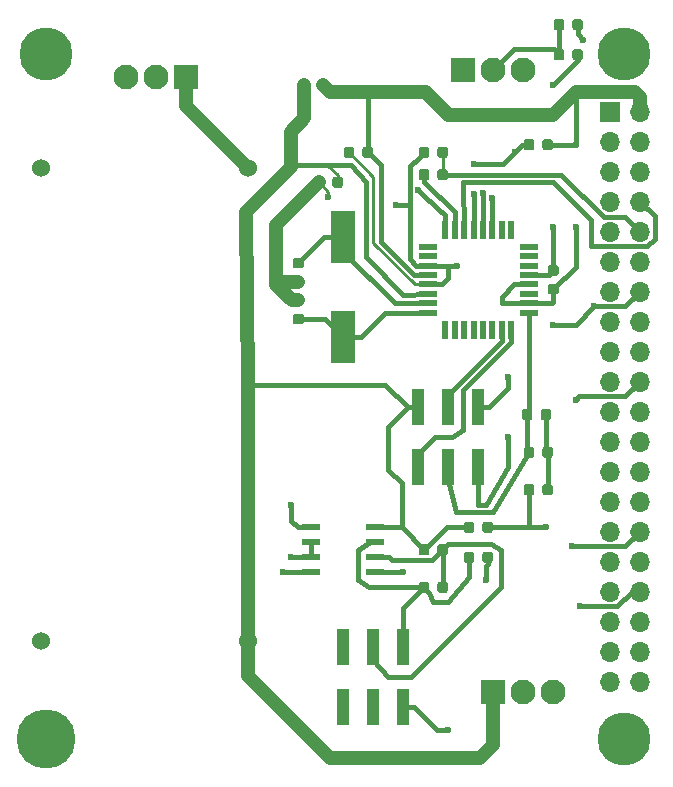
<source format=gtl>
%TF.GenerationSoftware,KiCad,Pcbnew,5.0.2-bee76a0~70~ubuntu18.10.1*%
%TF.CreationDate,2019-11-15T11:24:18+01:00*%
%TF.ProjectId,Busmaster_001,4275736d-6173-4746-9572-5f3030312e6b,rev?*%
%TF.SameCoordinates,Original*%
%TF.FileFunction,Copper,L1,Top*%
%TF.FilePolarity,Positive*%
%FSLAX46Y46*%
G04 Gerber Fmt 4.6, Leading zero omitted, Abs format (unit mm)*
G04 Created by KiCad (PCBNEW 5.0.2-bee76a0~70~ubuntu18.10.1) date Fr 15 Nov 2019 11:24:18 CET*
%MOMM*%
%LPD*%
G01*
G04 APERTURE LIST*
%ADD10O,1.700000X1.700000*%
%ADD11R,1.700000X1.700000*%
%ADD12C,1.524000*%
%ADD13C,5.000000*%
%ADD14C,4.500000*%
%ADD15C,0.100000*%
%ADD16C,0.875000*%
%ADD17R,1.000000X3.150000*%
%ADD18C,2.100000*%
%ADD19R,2.100000X2.100000*%
%ADD20R,0.550000X1.600000*%
%ADD21R,1.600000X0.550000*%
%ADD22R,1.550000X0.600000*%
%ADD23R,2.000000X4.500000*%
%ADD24C,0.600000*%
%ADD25C,1.200000*%
%ADD26C,0.400000*%
%ADD27C,0.250000*%
G04 APERTURE END LIST*
D10*
X79740000Y-138160000D03*
X77200000Y-138160000D03*
X79740000Y-135620000D03*
X77200000Y-135620000D03*
X79740000Y-133080000D03*
X77200000Y-133080000D03*
X79740000Y-130540000D03*
X77200000Y-130540000D03*
X79740000Y-128000000D03*
X77200000Y-128000000D03*
X79740000Y-125460000D03*
X77200000Y-125460000D03*
X79740000Y-122920000D03*
X77200000Y-122920000D03*
X79740000Y-120380000D03*
X77200000Y-120380000D03*
X79740000Y-117840000D03*
X77200000Y-117840000D03*
X79740000Y-115300000D03*
X77200000Y-115300000D03*
X79740000Y-112760000D03*
X77200000Y-112760000D03*
X79740000Y-110220000D03*
X77200000Y-110220000D03*
X79740000Y-107680000D03*
X77200000Y-107680000D03*
X79740000Y-105140000D03*
X77200000Y-105140000D03*
X79740000Y-102600000D03*
X77200000Y-102600000D03*
X79740000Y-100060000D03*
X77200000Y-100060000D03*
X79740000Y-97520000D03*
X77200000Y-97520000D03*
X79740000Y-94980000D03*
X77200000Y-94980000D03*
X79740000Y-92440000D03*
X77200000Y-92440000D03*
X79740000Y-89900000D03*
D11*
X77200000Y-89900000D03*
D12*
X46550000Y-94700000D03*
X29050000Y-94700000D03*
X29050000Y-134700000D03*
X46550000Y-134700000D03*
D13*
X29400000Y-143000000D03*
D14*
X78400000Y-143000000D03*
X29400000Y-85000000D03*
X78400000Y-85000000D03*
D15*
G36*
X55332691Y-92871053D02*
X55353926Y-92874203D01*
X55374750Y-92879419D01*
X55394962Y-92886651D01*
X55414368Y-92895830D01*
X55432781Y-92906866D01*
X55450024Y-92919654D01*
X55465930Y-92934070D01*
X55480346Y-92949976D01*
X55493134Y-92967219D01*
X55504170Y-92985632D01*
X55513349Y-93005038D01*
X55520581Y-93025250D01*
X55525797Y-93046074D01*
X55528947Y-93067309D01*
X55530000Y-93088750D01*
X55530000Y-93601250D01*
X55528947Y-93622691D01*
X55525797Y-93643926D01*
X55520581Y-93664750D01*
X55513349Y-93684962D01*
X55504170Y-93704368D01*
X55493134Y-93722781D01*
X55480346Y-93740024D01*
X55465930Y-93755930D01*
X55450024Y-93770346D01*
X55432781Y-93783134D01*
X55414368Y-93794170D01*
X55394962Y-93803349D01*
X55374750Y-93810581D01*
X55353926Y-93815797D01*
X55332691Y-93818947D01*
X55311250Y-93820000D01*
X54873750Y-93820000D01*
X54852309Y-93818947D01*
X54831074Y-93815797D01*
X54810250Y-93810581D01*
X54790038Y-93803349D01*
X54770632Y-93794170D01*
X54752219Y-93783134D01*
X54734976Y-93770346D01*
X54719070Y-93755930D01*
X54704654Y-93740024D01*
X54691866Y-93722781D01*
X54680830Y-93704368D01*
X54671651Y-93684962D01*
X54664419Y-93664750D01*
X54659203Y-93643926D01*
X54656053Y-93622691D01*
X54655000Y-93601250D01*
X54655000Y-93088750D01*
X54656053Y-93067309D01*
X54659203Y-93046074D01*
X54664419Y-93025250D01*
X54671651Y-93005038D01*
X54680830Y-92985632D01*
X54691866Y-92967219D01*
X54704654Y-92949976D01*
X54719070Y-92934070D01*
X54734976Y-92919654D01*
X54752219Y-92906866D01*
X54770632Y-92895830D01*
X54790038Y-92886651D01*
X54810250Y-92879419D01*
X54831074Y-92874203D01*
X54852309Y-92871053D01*
X54873750Y-92870000D01*
X55311250Y-92870000D01*
X55332691Y-92871053D01*
X55332691Y-92871053D01*
G37*
D16*
X55092500Y-93345000D03*
D15*
G36*
X56907691Y-92871053D02*
X56928926Y-92874203D01*
X56949750Y-92879419D01*
X56969962Y-92886651D01*
X56989368Y-92895830D01*
X57007781Y-92906866D01*
X57025024Y-92919654D01*
X57040930Y-92934070D01*
X57055346Y-92949976D01*
X57068134Y-92967219D01*
X57079170Y-92985632D01*
X57088349Y-93005038D01*
X57095581Y-93025250D01*
X57100797Y-93046074D01*
X57103947Y-93067309D01*
X57105000Y-93088750D01*
X57105000Y-93601250D01*
X57103947Y-93622691D01*
X57100797Y-93643926D01*
X57095581Y-93664750D01*
X57088349Y-93684962D01*
X57079170Y-93704368D01*
X57068134Y-93722781D01*
X57055346Y-93740024D01*
X57040930Y-93755930D01*
X57025024Y-93770346D01*
X57007781Y-93783134D01*
X56989368Y-93794170D01*
X56969962Y-93803349D01*
X56949750Y-93810581D01*
X56928926Y-93815797D01*
X56907691Y-93818947D01*
X56886250Y-93820000D01*
X56448750Y-93820000D01*
X56427309Y-93818947D01*
X56406074Y-93815797D01*
X56385250Y-93810581D01*
X56365038Y-93803349D01*
X56345632Y-93794170D01*
X56327219Y-93783134D01*
X56309976Y-93770346D01*
X56294070Y-93755930D01*
X56279654Y-93740024D01*
X56266866Y-93722781D01*
X56255830Y-93704368D01*
X56246651Y-93684962D01*
X56239419Y-93664750D01*
X56234203Y-93643926D01*
X56231053Y-93622691D01*
X56230000Y-93601250D01*
X56230000Y-93088750D01*
X56231053Y-93067309D01*
X56234203Y-93046074D01*
X56239419Y-93025250D01*
X56246651Y-93005038D01*
X56255830Y-92985632D01*
X56266866Y-92967219D01*
X56279654Y-92949976D01*
X56294070Y-92934070D01*
X56309976Y-92919654D01*
X56327219Y-92906866D01*
X56345632Y-92895830D01*
X56365038Y-92886651D01*
X56385250Y-92879419D01*
X56406074Y-92874203D01*
X56427309Y-92871053D01*
X56448750Y-92870000D01*
X56886250Y-92870000D01*
X56907691Y-92871053D01*
X56907691Y-92871053D01*
G37*
D16*
X56667500Y-93345000D03*
D15*
G36*
X51077691Y-102281053D02*
X51098926Y-102284203D01*
X51119750Y-102289419D01*
X51139962Y-102296651D01*
X51159368Y-102305830D01*
X51177781Y-102316866D01*
X51195024Y-102329654D01*
X51210930Y-102344070D01*
X51225346Y-102359976D01*
X51238134Y-102377219D01*
X51249170Y-102395632D01*
X51258349Y-102415038D01*
X51265581Y-102435250D01*
X51270797Y-102456074D01*
X51273947Y-102477309D01*
X51275000Y-102498750D01*
X51275000Y-102936250D01*
X51273947Y-102957691D01*
X51270797Y-102978926D01*
X51265581Y-102999750D01*
X51258349Y-103019962D01*
X51249170Y-103039368D01*
X51238134Y-103057781D01*
X51225346Y-103075024D01*
X51210930Y-103090930D01*
X51195024Y-103105346D01*
X51177781Y-103118134D01*
X51159368Y-103129170D01*
X51139962Y-103138349D01*
X51119750Y-103145581D01*
X51098926Y-103150797D01*
X51077691Y-103153947D01*
X51056250Y-103155000D01*
X50543750Y-103155000D01*
X50522309Y-103153947D01*
X50501074Y-103150797D01*
X50480250Y-103145581D01*
X50460038Y-103138349D01*
X50440632Y-103129170D01*
X50422219Y-103118134D01*
X50404976Y-103105346D01*
X50389070Y-103090930D01*
X50374654Y-103075024D01*
X50361866Y-103057781D01*
X50350830Y-103039368D01*
X50341651Y-103019962D01*
X50334419Y-102999750D01*
X50329203Y-102978926D01*
X50326053Y-102957691D01*
X50325000Y-102936250D01*
X50325000Y-102498750D01*
X50326053Y-102477309D01*
X50329203Y-102456074D01*
X50334419Y-102435250D01*
X50341651Y-102415038D01*
X50350830Y-102395632D01*
X50361866Y-102377219D01*
X50374654Y-102359976D01*
X50389070Y-102344070D01*
X50404976Y-102329654D01*
X50422219Y-102316866D01*
X50440632Y-102305830D01*
X50460038Y-102296651D01*
X50480250Y-102289419D01*
X50501074Y-102284203D01*
X50522309Y-102281053D01*
X50543750Y-102280000D01*
X51056250Y-102280000D01*
X51077691Y-102281053D01*
X51077691Y-102281053D01*
G37*
D16*
X50800000Y-102717500D03*
D15*
G36*
X51077691Y-103856053D02*
X51098926Y-103859203D01*
X51119750Y-103864419D01*
X51139962Y-103871651D01*
X51159368Y-103880830D01*
X51177781Y-103891866D01*
X51195024Y-103904654D01*
X51210930Y-103919070D01*
X51225346Y-103934976D01*
X51238134Y-103952219D01*
X51249170Y-103970632D01*
X51258349Y-103990038D01*
X51265581Y-104010250D01*
X51270797Y-104031074D01*
X51273947Y-104052309D01*
X51275000Y-104073750D01*
X51275000Y-104511250D01*
X51273947Y-104532691D01*
X51270797Y-104553926D01*
X51265581Y-104574750D01*
X51258349Y-104594962D01*
X51249170Y-104614368D01*
X51238134Y-104632781D01*
X51225346Y-104650024D01*
X51210930Y-104665930D01*
X51195024Y-104680346D01*
X51177781Y-104693134D01*
X51159368Y-104704170D01*
X51139962Y-104713349D01*
X51119750Y-104720581D01*
X51098926Y-104725797D01*
X51077691Y-104728947D01*
X51056250Y-104730000D01*
X50543750Y-104730000D01*
X50522309Y-104728947D01*
X50501074Y-104725797D01*
X50480250Y-104720581D01*
X50460038Y-104713349D01*
X50440632Y-104704170D01*
X50422219Y-104693134D01*
X50404976Y-104680346D01*
X50389070Y-104665930D01*
X50374654Y-104650024D01*
X50361866Y-104632781D01*
X50350830Y-104614368D01*
X50341651Y-104594962D01*
X50334419Y-104574750D01*
X50329203Y-104553926D01*
X50326053Y-104532691D01*
X50325000Y-104511250D01*
X50325000Y-104073750D01*
X50326053Y-104052309D01*
X50329203Y-104031074D01*
X50334419Y-104010250D01*
X50341651Y-103990038D01*
X50350830Y-103970632D01*
X50361866Y-103952219D01*
X50374654Y-103934976D01*
X50389070Y-103919070D01*
X50404976Y-103904654D01*
X50422219Y-103891866D01*
X50440632Y-103880830D01*
X50460038Y-103871651D01*
X50480250Y-103864419D01*
X50501074Y-103859203D01*
X50522309Y-103856053D01*
X50543750Y-103855000D01*
X51056250Y-103855000D01*
X51077691Y-103856053D01*
X51077691Y-103856053D01*
G37*
D16*
X50800000Y-104292500D03*
D15*
G36*
X51077691Y-105456053D02*
X51098926Y-105459203D01*
X51119750Y-105464419D01*
X51139962Y-105471651D01*
X51159368Y-105480830D01*
X51177781Y-105491866D01*
X51195024Y-105504654D01*
X51210930Y-105519070D01*
X51225346Y-105534976D01*
X51238134Y-105552219D01*
X51249170Y-105570632D01*
X51258349Y-105590038D01*
X51265581Y-105610250D01*
X51270797Y-105631074D01*
X51273947Y-105652309D01*
X51275000Y-105673750D01*
X51275000Y-106111250D01*
X51273947Y-106132691D01*
X51270797Y-106153926D01*
X51265581Y-106174750D01*
X51258349Y-106194962D01*
X51249170Y-106214368D01*
X51238134Y-106232781D01*
X51225346Y-106250024D01*
X51210930Y-106265930D01*
X51195024Y-106280346D01*
X51177781Y-106293134D01*
X51159368Y-106304170D01*
X51139962Y-106313349D01*
X51119750Y-106320581D01*
X51098926Y-106325797D01*
X51077691Y-106328947D01*
X51056250Y-106330000D01*
X50543750Y-106330000D01*
X50522309Y-106328947D01*
X50501074Y-106325797D01*
X50480250Y-106320581D01*
X50460038Y-106313349D01*
X50440632Y-106304170D01*
X50422219Y-106293134D01*
X50404976Y-106280346D01*
X50389070Y-106265930D01*
X50374654Y-106250024D01*
X50361866Y-106232781D01*
X50350830Y-106214368D01*
X50341651Y-106194962D01*
X50334419Y-106174750D01*
X50329203Y-106153926D01*
X50326053Y-106132691D01*
X50325000Y-106111250D01*
X50325000Y-105673750D01*
X50326053Y-105652309D01*
X50329203Y-105631074D01*
X50334419Y-105610250D01*
X50341651Y-105590038D01*
X50350830Y-105570632D01*
X50361866Y-105552219D01*
X50374654Y-105534976D01*
X50389070Y-105519070D01*
X50404976Y-105504654D01*
X50422219Y-105491866D01*
X50440632Y-105480830D01*
X50460038Y-105471651D01*
X50480250Y-105464419D01*
X50501074Y-105459203D01*
X50522309Y-105456053D01*
X50543750Y-105455000D01*
X51056250Y-105455000D01*
X51077691Y-105456053D01*
X51077691Y-105456053D01*
G37*
D16*
X50800000Y-105892500D03*
D15*
G36*
X51077691Y-107031053D02*
X51098926Y-107034203D01*
X51119750Y-107039419D01*
X51139962Y-107046651D01*
X51159368Y-107055830D01*
X51177781Y-107066866D01*
X51195024Y-107079654D01*
X51210930Y-107094070D01*
X51225346Y-107109976D01*
X51238134Y-107127219D01*
X51249170Y-107145632D01*
X51258349Y-107165038D01*
X51265581Y-107185250D01*
X51270797Y-107206074D01*
X51273947Y-107227309D01*
X51275000Y-107248750D01*
X51275000Y-107686250D01*
X51273947Y-107707691D01*
X51270797Y-107728926D01*
X51265581Y-107749750D01*
X51258349Y-107769962D01*
X51249170Y-107789368D01*
X51238134Y-107807781D01*
X51225346Y-107825024D01*
X51210930Y-107840930D01*
X51195024Y-107855346D01*
X51177781Y-107868134D01*
X51159368Y-107879170D01*
X51139962Y-107888349D01*
X51119750Y-107895581D01*
X51098926Y-107900797D01*
X51077691Y-107903947D01*
X51056250Y-107905000D01*
X50543750Y-107905000D01*
X50522309Y-107903947D01*
X50501074Y-107900797D01*
X50480250Y-107895581D01*
X50460038Y-107888349D01*
X50440632Y-107879170D01*
X50422219Y-107868134D01*
X50404976Y-107855346D01*
X50389070Y-107840930D01*
X50374654Y-107825024D01*
X50361866Y-107807781D01*
X50350830Y-107789368D01*
X50341651Y-107769962D01*
X50334419Y-107749750D01*
X50329203Y-107728926D01*
X50326053Y-107707691D01*
X50325000Y-107686250D01*
X50325000Y-107248750D01*
X50326053Y-107227309D01*
X50329203Y-107206074D01*
X50334419Y-107185250D01*
X50341651Y-107165038D01*
X50350830Y-107145632D01*
X50361866Y-107127219D01*
X50374654Y-107109976D01*
X50389070Y-107094070D01*
X50404976Y-107079654D01*
X50422219Y-107066866D01*
X50440632Y-107055830D01*
X50460038Y-107046651D01*
X50480250Y-107039419D01*
X50501074Y-107034203D01*
X50522309Y-107031053D01*
X50543750Y-107030000D01*
X51056250Y-107030000D01*
X51077691Y-107031053D01*
X51077691Y-107031053D01*
G37*
D16*
X50800000Y-107467500D03*
D15*
G36*
X72667691Y-102916053D02*
X72688926Y-102919203D01*
X72709750Y-102924419D01*
X72729962Y-102931651D01*
X72749368Y-102940830D01*
X72767781Y-102951866D01*
X72785024Y-102964654D01*
X72800930Y-102979070D01*
X72815346Y-102994976D01*
X72828134Y-103012219D01*
X72839170Y-103030632D01*
X72848349Y-103050038D01*
X72855581Y-103070250D01*
X72860797Y-103091074D01*
X72863947Y-103112309D01*
X72865000Y-103133750D01*
X72865000Y-103571250D01*
X72863947Y-103592691D01*
X72860797Y-103613926D01*
X72855581Y-103634750D01*
X72848349Y-103654962D01*
X72839170Y-103674368D01*
X72828134Y-103692781D01*
X72815346Y-103710024D01*
X72800930Y-103725930D01*
X72785024Y-103740346D01*
X72767781Y-103753134D01*
X72749368Y-103764170D01*
X72729962Y-103773349D01*
X72709750Y-103780581D01*
X72688926Y-103785797D01*
X72667691Y-103788947D01*
X72646250Y-103790000D01*
X72133750Y-103790000D01*
X72112309Y-103788947D01*
X72091074Y-103785797D01*
X72070250Y-103780581D01*
X72050038Y-103773349D01*
X72030632Y-103764170D01*
X72012219Y-103753134D01*
X71994976Y-103740346D01*
X71979070Y-103725930D01*
X71964654Y-103710024D01*
X71951866Y-103692781D01*
X71940830Y-103674368D01*
X71931651Y-103654962D01*
X71924419Y-103634750D01*
X71919203Y-103613926D01*
X71916053Y-103592691D01*
X71915000Y-103571250D01*
X71915000Y-103133750D01*
X71916053Y-103112309D01*
X71919203Y-103091074D01*
X71924419Y-103070250D01*
X71931651Y-103050038D01*
X71940830Y-103030632D01*
X71951866Y-103012219D01*
X71964654Y-102994976D01*
X71979070Y-102979070D01*
X71994976Y-102964654D01*
X72012219Y-102951866D01*
X72030632Y-102940830D01*
X72050038Y-102931651D01*
X72070250Y-102924419D01*
X72091074Y-102919203D01*
X72112309Y-102916053D01*
X72133750Y-102915000D01*
X72646250Y-102915000D01*
X72667691Y-102916053D01*
X72667691Y-102916053D01*
G37*
D16*
X72390000Y-103352500D03*
D15*
G36*
X72667691Y-104491053D02*
X72688926Y-104494203D01*
X72709750Y-104499419D01*
X72729962Y-104506651D01*
X72749368Y-104515830D01*
X72767781Y-104526866D01*
X72785024Y-104539654D01*
X72800930Y-104554070D01*
X72815346Y-104569976D01*
X72828134Y-104587219D01*
X72839170Y-104605632D01*
X72848349Y-104625038D01*
X72855581Y-104645250D01*
X72860797Y-104666074D01*
X72863947Y-104687309D01*
X72865000Y-104708750D01*
X72865000Y-105146250D01*
X72863947Y-105167691D01*
X72860797Y-105188926D01*
X72855581Y-105209750D01*
X72848349Y-105229962D01*
X72839170Y-105249368D01*
X72828134Y-105267781D01*
X72815346Y-105285024D01*
X72800930Y-105300930D01*
X72785024Y-105315346D01*
X72767781Y-105328134D01*
X72749368Y-105339170D01*
X72729962Y-105348349D01*
X72709750Y-105355581D01*
X72688926Y-105360797D01*
X72667691Y-105363947D01*
X72646250Y-105365000D01*
X72133750Y-105365000D01*
X72112309Y-105363947D01*
X72091074Y-105360797D01*
X72070250Y-105355581D01*
X72050038Y-105348349D01*
X72030632Y-105339170D01*
X72012219Y-105328134D01*
X71994976Y-105315346D01*
X71979070Y-105300930D01*
X71964654Y-105285024D01*
X71951866Y-105267781D01*
X71940830Y-105249368D01*
X71931651Y-105229962D01*
X71924419Y-105209750D01*
X71919203Y-105188926D01*
X71916053Y-105167691D01*
X71915000Y-105146250D01*
X71915000Y-104708750D01*
X71916053Y-104687309D01*
X71919203Y-104666074D01*
X71924419Y-104645250D01*
X71931651Y-104625038D01*
X71940830Y-104605632D01*
X71951866Y-104587219D01*
X71964654Y-104569976D01*
X71979070Y-104554070D01*
X71994976Y-104539654D01*
X72012219Y-104526866D01*
X72030632Y-104515830D01*
X72050038Y-104506651D01*
X72070250Y-104499419D01*
X72091074Y-104494203D01*
X72112309Y-104491053D01*
X72133750Y-104490000D01*
X72646250Y-104490000D01*
X72667691Y-104491053D01*
X72667691Y-104491053D01*
G37*
D16*
X72390000Y-104927500D03*
D15*
G36*
X65492691Y-124621053D02*
X65513926Y-124624203D01*
X65534750Y-124629419D01*
X65554962Y-124636651D01*
X65574368Y-124645830D01*
X65592781Y-124656866D01*
X65610024Y-124669654D01*
X65625930Y-124684070D01*
X65640346Y-124699976D01*
X65653134Y-124717219D01*
X65664170Y-124735632D01*
X65673349Y-124755038D01*
X65680581Y-124775250D01*
X65685797Y-124796074D01*
X65688947Y-124817309D01*
X65690000Y-124838750D01*
X65690000Y-125351250D01*
X65688947Y-125372691D01*
X65685797Y-125393926D01*
X65680581Y-125414750D01*
X65673349Y-125434962D01*
X65664170Y-125454368D01*
X65653134Y-125472781D01*
X65640346Y-125490024D01*
X65625930Y-125505930D01*
X65610024Y-125520346D01*
X65592781Y-125533134D01*
X65574368Y-125544170D01*
X65554962Y-125553349D01*
X65534750Y-125560581D01*
X65513926Y-125565797D01*
X65492691Y-125568947D01*
X65471250Y-125570000D01*
X65033750Y-125570000D01*
X65012309Y-125568947D01*
X64991074Y-125565797D01*
X64970250Y-125560581D01*
X64950038Y-125553349D01*
X64930632Y-125544170D01*
X64912219Y-125533134D01*
X64894976Y-125520346D01*
X64879070Y-125505930D01*
X64864654Y-125490024D01*
X64851866Y-125472781D01*
X64840830Y-125454368D01*
X64831651Y-125434962D01*
X64824419Y-125414750D01*
X64819203Y-125393926D01*
X64816053Y-125372691D01*
X64815000Y-125351250D01*
X64815000Y-124838750D01*
X64816053Y-124817309D01*
X64819203Y-124796074D01*
X64824419Y-124775250D01*
X64831651Y-124755038D01*
X64840830Y-124735632D01*
X64851866Y-124717219D01*
X64864654Y-124699976D01*
X64879070Y-124684070D01*
X64894976Y-124669654D01*
X64912219Y-124656866D01*
X64930632Y-124645830D01*
X64950038Y-124636651D01*
X64970250Y-124629419D01*
X64991074Y-124624203D01*
X65012309Y-124621053D01*
X65033750Y-124620000D01*
X65471250Y-124620000D01*
X65492691Y-124621053D01*
X65492691Y-124621053D01*
G37*
D16*
X65252500Y-125095000D03*
D15*
G36*
X67067691Y-124621053D02*
X67088926Y-124624203D01*
X67109750Y-124629419D01*
X67129962Y-124636651D01*
X67149368Y-124645830D01*
X67167781Y-124656866D01*
X67185024Y-124669654D01*
X67200930Y-124684070D01*
X67215346Y-124699976D01*
X67228134Y-124717219D01*
X67239170Y-124735632D01*
X67248349Y-124755038D01*
X67255581Y-124775250D01*
X67260797Y-124796074D01*
X67263947Y-124817309D01*
X67265000Y-124838750D01*
X67265000Y-125351250D01*
X67263947Y-125372691D01*
X67260797Y-125393926D01*
X67255581Y-125414750D01*
X67248349Y-125434962D01*
X67239170Y-125454368D01*
X67228134Y-125472781D01*
X67215346Y-125490024D01*
X67200930Y-125505930D01*
X67185024Y-125520346D01*
X67167781Y-125533134D01*
X67149368Y-125544170D01*
X67129962Y-125553349D01*
X67109750Y-125560581D01*
X67088926Y-125565797D01*
X67067691Y-125568947D01*
X67046250Y-125570000D01*
X66608750Y-125570000D01*
X66587309Y-125568947D01*
X66566074Y-125565797D01*
X66545250Y-125560581D01*
X66525038Y-125553349D01*
X66505632Y-125544170D01*
X66487219Y-125533134D01*
X66469976Y-125520346D01*
X66454070Y-125505930D01*
X66439654Y-125490024D01*
X66426866Y-125472781D01*
X66415830Y-125454368D01*
X66406651Y-125434962D01*
X66399419Y-125414750D01*
X66394203Y-125393926D01*
X66391053Y-125372691D01*
X66390000Y-125351250D01*
X66390000Y-124838750D01*
X66391053Y-124817309D01*
X66394203Y-124796074D01*
X66399419Y-124775250D01*
X66406651Y-124755038D01*
X66415830Y-124735632D01*
X66426866Y-124717219D01*
X66439654Y-124699976D01*
X66454070Y-124684070D01*
X66469976Y-124669654D01*
X66487219Y-124656866D01*
X66505632Y-124645830D01*
X66525038Y-124636651D01*
X66545250Y-124629419D01*
X66566074Y-124624203D01*
X66587309Y-124621053D01*
X66608750Y-124620000D01*
X67046250Y-124620000D01*
X67067691Y-124621053D01*
X67067691Y-124621053D01*
G37*
D16*
X66827500Y-125095000D03*
D15*
G36*
X52792691Y-95411053D02*
X52813926Y-95414203D01*
X52834750Y-95419419D01*
X52854962Y-95426651D01*
X52874368Y-95435830D01*
X52892781Y-95446866D01*
X52910024Y-95459654D01*
X52925930Y-95474070D01*
X52940346Y-95489976D01*
X52953134Y-95507219D01*
X52964170Y-95525632D01*
X52973349Y-95545038D01*
X52980581Y-95565250D01*
X52985797Y-95586074D01*
X52988947Y-95607309D01*
X52990000Y-95628750D01*
X52990000Y-96141250D01*
X52988947Y-96162691D01*
X52985797Y-96183926D01*
X52980581Y-96204750D01*
X52973349Y-96224962D01*
X52964170Y-96244368D01*
X52953134Y-96262781D01*
X52940346Y-96280024D01*
X52925930Y-96295930D01*
X52910024Y-96310346D01*
X52892781Y-96323134D01*
X52874368Y-96334170D01*
X52854962Y-96343349D01*
X52834750Y-96350581D01*
X52813926Y-96355797D01*
X52792691Y-96358947D01*
X52771250Y-96360000D01*
X52333750Y-96360000D01*
X52312309Y-96358947D01*
X52291074Y-96355797D01*
X52270250Y-96350581D01*
X52250038Y-96343349D01*
X52230632Y-96334170D01*
X52212219Y-96323134D01*
X52194976Y-96310346D01*
X52179070Y-96295930D01*
X52164654Y-96280024D01*
X52151866Y-96262781D01*
X52140830Y-96244368D01*
X52131651Y-96224962D01*
X52124419Y-96204750D01*
X52119203Y-96183926D01*
X52116053Y-96162691D01*
X52115000Y-96141250D01*
X52115000Y-95628750D01*
X52116053Y-95607309D01*
X52119203Y-95586074D01*
X52124419Y-95565250D01*
X52131651Y-95545038D01*
X52140830Y-95525632D01*
X52151866Y-95507219D01*
X52164654Y-95489976D01*
X52179070Y-95474070D01*
X52194976Y-95459654D01*
X52212219Y-95446866D01*
X52230632Y-95435830D01*
X52250038Y-95426651D01*
X52270250Y-95419419D01*
X52291074Y-95414203D01*
X52312309Y-95411053D01*
X52333750Y-95410000D01*
X52771250Y-95410000D01*
X52792691Y-95411053D01*
X52792691Y-95411053D01*
G37*
D16*
X52552500Y-95885000D03*
D15*
G36*
X54367691Y-95411053D02*
X54388926Y-95414203D01*
X54409750Y-95419419D01*
X54429962Y-95426651D01*
X54449368Y-95435830D01*
X54467781Y-95446866D01*
X54485024Y-95459654D01*
X54500930Y-95474070D01*
X54515346Y-95489976D01*
X54528134Y-95507219D01*
X54539170Y-95525632D01*
X54548349Y-95545038D01*
X54555581Y-95565250D01*
X54560797Y-95586074D01*
X54563947Y-95607309D01*
X54565000Y-95628750D01*
X54565000Y-96141250D01*
X54563947Y-96162691D01*
X54560797Y-96183926D01*
X54555581Y-96204750D01*
X54548349Y-96224962D01*
X54539170Y-96244368D01*
X54528134Y-96262781D01*
X54515346Y-96280024D01*
X54500930Y-96295930D01*
X54485024Y-96310346D01*
X54467781Y-96323134D01*
X54449368Y-96334170D01*
X54429962Y-96343349D01*
X54409750Y-96350581D01*
X54388926Y-96355797D01*
X54367691Y-96358947D01*
X54346250Y-96360000D01*
X53908750Y-96360000D01*
X53887309Y-96358947D01*
X53866074Y-96355797D01*
X53845250Y-96350581D01*
X53825038Y-96343349D01*
X53805632Y-96334170D01*
X53787219Y-96323134D01*
X53769976Y-96310346D01*
X53754070Y-96295930D01*
X53739654Y-96280024D01*
X53726866Y-96262781D01*
X53715830Y-96244368D01*
X53706651Y-96224962D01*
X53699419Y-96204750D01*
X53694203Y-96183926D01*
X53691053Y-96162691D01*
X53690000Y-96141250D01*
X53690000Y-95628750D01*
X53691053Y-95607309D01*
X53694203Y-95586074D01*
X53699419Y-95565250D01*
X53706651Y-95545038D01*
X53715830Y-95525632D01*
X53726866Y-95507219D01*
X53739654Y-95489976D01*
X53754070Y-95474070D01*
X53769976Y-95459654D01*
X53787219Y-95446866D01*
X53805632Y-95435830D01*
X53825038Y-95426651D01*
X53845250Y-95419419D01*
X53866074Y-95414203D01*
X53887309Y-95411053D01*
X53908750Y-95410000D01*
X54346250Y-95410000D01*
X54367691Y-95411053D01*
X54367691Y-95411053D01*
G37*
D16*
X54127500Y-95885000D03*
D15*
G36*
X72147691Y-121446053D02*
X72168926Y-121449203D01*
X72189750Y-121454419D01*
X72209962Y-121461651D01*
X72229368Y-121470830D01*
X72247781Y-121481866D01*
X72265024Y-121494654D01*
X72280930Y-121509070D01*
X72295346Y-121524976D01*
X72308134Y-121542219D01*
X72319170Y-121560632D01*
X72328349Y-121580038D01*
X72335581Y-121600250D01*
X72340797Y-121621074D01*
X72343947Y-121642309D01*
X72345000Y-121663750D01*
X72345000Y-122176250D01*
X72343947Y-122197691D01*
X72340797Y-122218926D01*
X72335581Y-122239750D01*
X72328349Y-122259962D01*
X72319170Y-122279368D01*
X72308134Y-122297781D01*
X72295346Y-122315024D01*
X72280930Y-122330930D01*
X72265024Y-122345346D01*
X72247781Y-122358134D01*
X72229368Y-122369170D01*
X72209962Y-122378349D01*
X72189750Y-122385581D01*
X72168926Y-122390797D01*
X72147691Y-122393947D01*
X72126250Y-122395000D01*
X71688750Y-122395000D01*
X71667309Y-122393947D01*
X71646074Y-122390797D01*
X71625250Y-122385581D01*
X71605038Y-122378349D01*
X71585632Y-122369170D01*
X71567219Y-122358134D01*
X71549976Y-122345346D01*
X71534070Y-122330930D01*
X71519654Y-122315024D01*
X71506866Y-122297781D01*
X71495830Y-122279368D01*
X71486651Y-122259962D01*
X71479419Y-122239750D01*
X71474203Y-122218926D01*
X71471053Y-122197691D01*
X71470000Y-122176250D01*
X71470000Y-121663750D01*
X71471053Y-121642309D01*
X71474203Y-121621074D01*
X71479419Y-121600250D01*
X71486651Y-121580038D01*
X71495830Y-121560632D01*
X71506866Y-121542219D01*
X71519654Y-121524976D01*
X71534070Y-121509070D01*
X71549976Y-121494654D01*
X71567219Y-121481866D01*
X71585632Y-121470830D01*
X71605038Y-121461651D01*
X71625250Y-121454419D01*
X71646074Y-121449203D01*
X71667309Y-121446053D01*
X71688750Y-121445000D01*
X72126250Y-121445000D01*
X72147691Y-121446053D01*
X72147691Y-121446053D01*
G37*
D16*
X71907500Y-121920000D03*
D15*
G36*
X70572691Y-121446053D02*
X70593926Y-121449203D01*
X70614750Y-121454419D01*
X70634962Y-121461651D01*
X70654368Y-121470830D01*
X70672781Y-121481866D01*
X70690024Y-121494654D01*
X70705930Y-121509070D01*
X70720346Y-121524976D01*
X70733134Y-121542219D01*
X70744170Y-121560632D01*
X70753349Y-121580038D01*
X70760581Y-121600250D01*
X70765797Y-121621074D01*
X70768947Y-121642309D01*
X70770000Y-121663750D01*
X70770000Y-122176250D01*
X70768947Y-122197691D01*
X70765797Y-122218926D01*
X70760581Y-122239750D01*
X70753349Y-122259962D01*
X70744170Y-122279368D01*
X70733134Y-122297781D01*
X70720346Y-122315024D01*
X70705930Y-122330930D01*
X70690024Y-122345346D01*
X70672781Y-122358134D01*
X70654368Y-122369170D01*
X70634962Y-122378349D01*
X70614750Y-122385581D01*
X70593926Y-122390797D01*
X70572691Y-122393947D01*
X70551250Y-122395000D01*
X70113750Y-122395000D01*
X70092309Y-122393947D01*
X70071074Y-122390797D01*
X70050250Y-122385581D01*
X70030038Y-122378349D01*
X70010632Y-122369170D01*
X69992219Y-122358134D01*
X69974976Y-122345346D01*
X69959070Y-122330930D01*
X69944654Y-122315024D01*
X69931866Y-122297781D01*
X69920830Y-122279368D01*
X69911651Y-122259962D01*
X69904419Y-122239750D01*
X69899203Y-122218926D01*
X69896053Y-122197691D01*
X69895000Y-122176250D01*
X69895000Y-121663750D01*
X69896053Y-121642309D01*
X69899203Y-121621074D01*
X69904419Y-121600250D01*
X69911651Y-121580038D01*
X69920830Y-121560632D01*
X69931866Y-121542219D01*
X69944654Y-121524976D01*
X69959070Y-121509070D01*
X69974976Y-121494654D01*
X69992219Y-121481866D01*
X70010632Y-121470830D01*
X70030038Y-121461651D01*
X70050250Y-121454419D01*
X70071074Y-121449203D01*
X70092309Y-121446053D01*
X70113750Y-121445000D01*
X70551250Y-121445000D01*
X70572691Y-121446053D01*
X70572691Y-121446053D01*
G37*
D16*
X70332500Y-121920000D03*
D17*
X66040000Y-114950000D03*
X66040000Y-120000000D03*
X63500000Y-114950000D03*
X63500000Y-120000000D03*
X60960000Y-114950000D03*
X60960000Y-120000000D03*
X54610000Y-140320000D03*
X54610000Y-135270000D03*
X57150000Y-140320000D03*
X57150000Y-135270000D03*
X59690000Y-140320000D03*
X59690000Y-135270000D03*
D18*
X72390000Y-139065000D03*
X69850000Y-139065000D03*
D19*
X67310000Y-139065000D03*
D15*
G36*
X67067691Y-127161053D02*
X67088926Y-127164203D01*
X67109750Y-127169419D01*
X67129962Y-127176651D01*
X67149368Y-127185830D01*
X67167781Y-127196866D01*
X67185024Y-127209654D01*
X67200930Y-127224070D01*
X67215346Y-127239976D01*
X67228134Y-127257219D01*
X67239170Y-127275632D01*
X67248349Y-127295038D01*
X67255581Y-127315250D01*
X67260797Y-127336074D01*
X67263947Y-127357309D01*
X67265000Y-127378750D01*
X67265000Y-127891250D01*
X67263947Y-127912691D01*
X67260797Y-127933926D01*
X67255581Y-127954750D01*
X67248349Y-127974962D01*
X67239170Y-127994368D01*
X67228134Y-128012781D01*
X67215346Y-128030024D01*
X67200930Y-128045930D01*
X67185024Y-128060346D01*
X67167781Y-128073134D01*
X67149368Y-128084170D01*
X67129962Y-128093349D01*
X67109750Y-128100581D01*
X67088926Y-128105797D01*
X67067691Y-128108947D01*
X67046250Y-128110000D01*
X66608750Y-128110000D01*
X66587309Y-128108947D01*
X66566074Y-128105797D01*
X66545250Y-128100581D01*
X66525038Y-128093349D01*
X66505632Y-128084170D01*
X66487219Y-128073134D01*
X66469976Y-128060346D01*
X66454070Y-128045930D01*
X66439654Y-128030024D01*
X66426866Y-128012781D01*
X66415830Y-127994368D01*
X66406651Y-127974962D01*
X66399419Y-127954750D01*
X66394203Y-127933926D01*
X66391053Y-127912691D01*
X66390000Y-127891250D01*
X66390000Y-127378750D01*
X66391053Y-127357309D01*
X66394203Y-127336074D01*
X66399419Y-127315250D01*
X66406651Y-127295038D01*
X66415830Y-127275632D01*
X66426866Y-127257219D01*
X66439654Y-127239976D01*
X66454070Y-127224070D01*
X66469976Y-127209654D01*
X66487219Y-127196866D01*
X66505632Y-127185830D01*
X66525038Y-127176651D01*
X66545250Y-127169419D01*
X66566074Y-127164203D01*
X66587309Y-127161053D01*
X66608750Y-127160000D01*
X67046250Y-127160000D01*
X67067691Y-127161053D01*
X67067691Y-127161053D01*
G37*
D16*
X66827500Y-127635000D03*
D15*
G36*
X65492691Y-127161053D02*
X65513926Y-127164203D01*
X65534750Y-127169419D01*
X65554962Y-127176651D01*
X65574368Y-127185830D01*
X65592781Y-127196866D01*
X65610024Y-127209654D01*
X65625930Y-127224070D01*
X65640346Y-127239976D01*
X65653134Y-127257219D01*
X65664170Y-127275632D01*
X65673349Y-127295038D01*
X65680581Y-127315250D01*
X65685797Y-127336074D01*
X65688947Y-127357309D01*
X65690000Y-127378750D01*
X65690000Y-127891250D01*
X65688947Y-127912691D01*
X65685797Y-127933926D01*
X65680581Y-127954750D01*
X65673349Y-127974962D01*
X65664170Y-127994368D01*
X65653134Y-128012781D01*
X65640346Y-128030024D01*
X65625930Y-128045930D01*
X65610024Y-128060346D01*
X65592781Y-128073134D01*
X65574368Y-128084170D01*
X65554962Y-128093349D01*
X65534750Y-128100581D01*
X65513926Y-128105797D01*
X65492691Y-128108947D01*
X65471250Y-128110000D01*
X65033750Y-128110000D01*
X65012309Y-128108947D01*
X64991074Y-128105797D01*
X64970250Y-128100581D01*
X64950038Y-128093349D01*
X64930632Y-128084170D01*
X64912219Y-128073134D01*
X64894976Y-128060346D01*
X64879070Y-128045930D01*
X64864654Y-128030024D01*
X64851866Y-128012781D01*
X64840830Y-127994368D01*
X64831651Y-127974962D01*
X64824419Y-127954750D01*
X64819203Y-127933926D01*
X64816053Y-127912691D01*
X64815000Y-127891250D01*
X64815000Y-127378750D01*
X64816053Y-127357309D01*
X64819203Y-127336074D01*
X64824419Y-127315250D01*
X64831651Y-127295038D01*
X64840830Y-127275632D01*
X64851866Y-127257219D01*
X64864654Y-127239976D01*
X64879070Y-127224070D01*
X64894976Y-127209654D01*
X64912219Y-127196866D01*
X64930632Y-127185830D01*
X64950038Y-127176651D01*
X64970250Y-127169419D01*
X64991074Y-127164203D01*
X65012309Y-127161053D01*
X65033750Y-127160000D01*
X65471250Y-127160000D01*
X65492691Y-127161053D01*
X65492691Y-127161053D01*
G37*
D16*
X65252500Y-127635000D03*
D15*
G36*
X63257691Y-129701053D02*
X63278926Y-129704203D01*
X63299750Y-129709419D01*
X63319962Y-129716651D01*
X63339368Y-129725830D01*
X63357781Y-129736866D01*
X63375024Y-129749654D01*
X63390930Y-129764070D01*
X63405346Y-129779976D01*
X63418134Y-129797219D01*
X63429170Y-129815632D01*
X63438349Y-129835038D01*
X63445581Y-129855250D01*
X63450797Y-129876074D01*
X63453947Y-129897309D01*
X63455000Y-129918750D01*
X63455000Y-130431250D01*
X63453947Y-130452691D01*
X63450797Y-130473926D01*
X63445581Y-130494750D01*
X63438349Y-130514962D01*
X63429170Y-130534368D01*
X63418134Y-130552781D01*
X63405346Y-130570024D01*
X63390930Y-130585930D01*
X63375024Y-130600346D01*
X63357781Y-130613134D01*
X63339368Y-130624170D01*
X63319962Y-130633349D01*
X63299750Y-130640581D01*
X63278926Y-130645797D01*
X63257691Y-130648947D01*
X63236250Y-130650000D01*
X62798750Y-130650000D01*
X62777309Y-130648947D01*
X62756074Y-130645797D01*
X62735250Y-130640581D01*
X62715038Y-130633349D01*
X62695632Y-130624170D01*
X62677219Y-130613134D01*
X62659976Y-130600346D01*
X62644070Y-130585930D01*
X62629654Y-130570024D01*
X62616866Y-130552781D01*
X62605830Y-130534368D01*
X62596651Y-130514962D01*
X62589419Y-130494750D01*
X62584203Y-130473926D01*
X62581053Y-130452691D01*
X62580000Y-130431250D01*
X62580000Y-129918750D01*
X62581053Y-129897309D01*
X62584203Y-129876074D01*
X62589419Y-129855250D01*
X62596651Y-129835038D01*
X62605830Y-129815632D01*
X62616866Y-129797219D01*
X62629654Y-129779976D01*
X62644070Y-129764070D01*
X62659976Y-129749654D01*
X62677219Y-129736866D01*
X62695632Y-129725830D01*
X62715038Y-129716651D01*
X62735250Y-129709419D01*
X62756074Y-129704203D01*
X62777309Y-129701053D01*
X62798750Y-129700000D01*
X63236250Y-129700000D01*
X63257691Y-129701053D01*
X63257691Y-129701053D01*
G37*
D16*
X63017500Y-130175000D03*
D15*
G36*
X61682691Y-129701053D02*
X61703926Y-129704203D01*
X61724750Y-129709419D01*
X61744962Y-129716651D01*
X61764368Y-129725830D01*
X61782781Y-129736866D01*
X61800024Y-129749654D01*
X61815930Y-129764070D01*
X61830346Y-129779976D01*
X61843134Y-129797219D01*
X61854170Y-129815632D01*
X61863349Y-129835038D01*
X61870581Y-129855250D01*
X61875797Y-129876074D01*
X61878947Y-129897309D01*
X61880000Y-129918750D01*
X61880000Y-130431250D01*
X61878947Y-130452691D01*
X61875797Y-130473926D01*
X61870581Y-130494750D01*
X61863349Y-130514962D01*
X61854170Y-130534368D01*
X61843134Y-130552781D01*
X61830346Y-130570024D01*
X61815930Y-130585930D01*
X61800024Y-130600346D01*
X61782781Y-130613134D01*
X61764368Y-130624170D01*
X61744962Y-130633349D01*
X61724750Y-130640581D01*
X61703926Y-130645797D01*
X61682691Y-130648947D01*
X61661250Y-130650000D01*
X61223750Y-130650000D01*
X61202309Y-130648947D01*
X61181074Y-130645797D01*
X61160250Y-130640581D01*
X61140038Y-130633349D01*
X61120632Y-130624170D01*
X61102219Y-130613134D01*
X61084976Y-130600346D01*
X61069070Y-130585930D01*
X61054654Y-130570024D01*
X61041866Y-130552781D01*
X61030830Y-130534368D01*
X61021651Y-130514962D01*
X61014419Y-130494750D01*
X61009203Y-130473926D01*
X61006053Y-130452691D01*
X61005000Y-130431250D01*
X61005000Y-129918750D01*
X61006053Y-129897309D01*
X61009203Y-129876074D01*
X61014419Y-129855250D01*
X61021651Y-129835038D01*
X61030830Y-129815632D01*
X61041866Y-129797219D01*
X61054654Y-129779976D01*
X61069070Y-129764070D01*
X61084976Y-129749654D01*
X61102219Y-129736866D01*
X61120632Y-129725830D01*
X61140038Y-129716651D01*
X61160250Y-129709419D01*
X61181074Y-129704203D01*
X61202309Y-129701053D01*
X61223750Y-129700000D01*
X61661250Y-129700000D01*
X61682691Y-129701053D01*
X61682691Y-129701053D01*
G37*
D16*
X61442500Y-130175000D03*
D15*
G36*
X63257691Y-94776053D02*
X63278926Y-94779203D01*
X63299750Y-94784419D01*
X63319962Y-94791651D01*
X63339368Y-94800830D01*
X63357781Y-94811866D01*
X63375024Y-94824654D01*
X63390930Y-94839070D01*
X63405346Y-94854976D01*
X63418134Y-94872219D01*
X63429170Y-94890632D01*
X63438349Y-94910038D01*
X63445581Y-94930250D01*
X63450797Y-94951074D01*
X63453947Y-94972309D01*
X63455000Y-94993750D01*
X63455000Y-95506250D01*
X63453947Y-95527691D01*
X63450797Y-95548926D01*
X63445581Y-95569750D01*
X63438349Y-95589962D01*
X63429170Y-95609368D01*
X63418134Y-95627781D01*
X63405346Y-95645024D01*
X63390930Y-95660930D01*
X63375024Y-95675346D01*
X63357781Y-95688134D01*
X63339368Y-95699170D01*
X63319962Y-95708349D01*
X63299750Y-95715581D01*
X63278926Y-95720797D01*
X63257691Y-95723947D01*
X63236250Y-95725000D01*
X62798750Y-95725000D01*
X62777309Y-95723947D01*
X62756074Y-95720797D01*
X62735250Y-95715581D01*
X62715038Y-95708349D01*
X62695632Y-95699170D01*
X62677219Y-95688134D01*
X62659976Y-95675346D01*
X62644070Y-95660930D01*
X62629654Y-95645024D01*
X62616866Y-95627781D01*
X62605830Y-95609368D01*
X62596651Y-95589962D01*
X62589419Y-95569750D01*
X62584203Y-95548926D01*
X62581053Y-95527691D01*
X62580000Y-95506250D01*
X62580000Y-94993750D01*
X62581053Y-94972309D01*
X62584203Y-94951074D01*
X62589419Y-94930250D01*
X62596651Y-94910038D01*
X62605830Y-94890632D01*
X62616866Y-94872219D01*
X62629654Y-94854976D01*
X62644070Y-94839070D01*
X62659976Y-94824654D01*
X62677219Y-94811866D01*
X62695632Y-94800830D01*
X62715038Y-94791651D01*
X62735250Y-94784419D01*
X62756074Y-94779203D01*
X62777309Y-94776053D01*
X62798750Y-94775000D01*
X63236250Y-94775000D01*
X63257691Y-94776053D01*
X63257691Y-94776053D01*
G37*
D16*
X63017500Y-95250000D03*
D15*
G36*
X61682691Y-94776053D02*
X61703926Y-94779203D01*
X61724750Y-94784419D01*
X61744962Y-94791651D01*
X61764368Y-94800830D01*
X61782781Y-94811866D01*
X61800024Y-94824654D01*
X61815930Y-94839070D01*
X61830346Y-94854976D01*
X61843134Y-94872219D01*
X61854170Y-94890632D01*
X61863349Y-94910038D01*
X61870581Y-94930250D01*
X61875797Y-94951074D01*
X61878947Y-94972309D01*
X61880000Y-94993750D01*
X61880000Y-95506250D01*
X61878947Y-95527691D01*
X61875797Y-95548926D01*
X61870581Y-95569750D01*
X61863349Y-95589962D01*
X61854170Y-95609368D01*
X61843134Y-95627781D01*
X61830346Y-95645024D01*
X61815930Y-95660930D01*
X61800024Y-95675346D01*
X61782781Y-95688134D01*
X61764368Y-95699170D01*
X61744962Y-95708349D01*
X61724750Y-95715581D01*
X61703926Y-95720797D01*
X61682691Y-95723947D01*
X61661250Y-95725000D01*
X61223750Y-95725000D01*
X61202309Y-95723947D01*
X61181074Y-95720797D01*
X61160250Y-95715581D01*
X61140038Y-95708349D01*
X61120632Y-95699170D01*
X61102219Y-95688134D01*
X61084976Y-95675346D01*
X61069070Y-95660930D01*
X61054654Y-95645024D01*
X61041866Y-95627781D01*
X61030830Y-95609368D01*
X61021651Y-95589962D01*
X61014419Y-95569750D01*
X61009203Y-95548926D01*
X61006053Y-95527691D01*
X61005000Y-95506250D01*
X61005000Y-94993750D01*
X61006053Y-94972309D01*
X61009203Y-94951074D01*
X61014419Y-94930250D01*
X61021651Y-94910038D01*
X61030830Y-94890632D01*
X61041866Y-94872219D01*
X61054654Y-94854976D01*
X61069070Y-94839070D01*
X61084976Y-94824654D01*
X61102219Y-94811866D01*
X61120632Y-94800830D01*
X61140038Y-94791651D01*
X61160250Y-94784419D01*
X61181074Y-94779203D01*
X61202309Y-94776053D01*
X61223750Y-94775000D01*
X61661250Y-94775000D01*
X61682691Y-94776053D01*
X61682691Y-94776053D01*
G37*
D16*
X61442500Y-95250000D03*
D15*
G36*
X63257691Y-92871053D02*
X63278926Y-92874203D01*
X63299750Y-92879419D01*
X63319962Y-92886651D01*
X63339368Y-92895830D01*
X63357781Y-92906866D01*
X63375024Y-92919654D01*
X63390930Y-92934070D01*
X63405346Y-92949976D01*
X63418134Y-92967219D01*
X63429170Y-92985632D01*
X63438349Y-93005038D01*
X63445581Y-93025250D01*
X63450797Y-93046074D01*
X63453947Y-93067309D01*
X63455000Y-93088750D01*
X63455000Y-93601250D01*
X63453947Y-93622691D01*
X63450797Y-93643926D01*
X63445581Y-93664750D01*
X63438349Y-93684962D01*
X63429170Y-93704368D01*
X63418134Y-93722781D01*
X63405346Y-93740024D01*
X63390930Y-93755930D01*
X63375024Y-93770346D01*
X63357781Y-93783134D01*
X63339368Y-93794170D01*
X63319962Y-93803349D01*
X63299750Y-93810581D01*
X63278926Y-93815797D01*
X63257691Y-93818947D01*
X63236250Y-93820000D01*
X62798750Y-93820000D01*
X62777309Y-93818947D01*
X62756074Y-93815797D01*
X62735250Y-93810581D01*
X62715038Y-93803349D01*
X62695632Y-93794170D01*
X62677219Y-93783134D01*
X62659976Y-93770346D01*
X62644070Y-93755930D01*
X62629654Y-93740024D01*
X62616866Y-93722781D01*
X62605830Y-93704368D01*
X62596651Y-93684962D01*
X62589419Y-93664750D01*
X62584203Y-93643926D01*
X62581053Y-93622691D01*
X62580000Y-93601250D01*
X62580000Y-93088750D01*
X62581053Y-93067309D01*
X62584203Y-93046074D01*
X62589419Y-93025250D01*
X62596651Y-93005038D01*
X62605830Y-92985632D01*
X62616866Y-92967219D01*
X62629654Y-92949976D01*
X62644070Y-92934070D01*
X62659976Y-92919654D01*
X62677219Y-92906866D01*
X62695632Y-92895830D01*
X62715038Y-92886651D01*
X62735250Y-92879419D01*
X62756074Y-92874203D01*
X62777309Y-92871053D01*
X62798750Y-92870000D01*
X63236250Y-92870000D01*
X63257691Y-92871053D01*
X63257691Y-92871053D01*
G37*
D16*
X63017500Y-93345000D03*
D15*
G36*
X61682691Y-92871053D02*
X61703926Y-92874203D01*
X61724750Y-92879419D01*
X61744962Y-92886651D01*
X61764368Y-92895830D01*
X61782781Y-92906866D01*
X61800024Y-92919654D01*
X61815930Y-92934070D01*
X61830346Y-92949976D01*
X61843134Y-92967219D01*
X61854170Y-92985632D01*
X61863349Y-93005038D01*
X61870581Y-93025250D01*
X61875797Y-93046074D01*
X61878947Y-93067309D01*
X61880000Y-93088750D01*
X61880000Y-93601250D01*
X61878947Y-93622691D01*
X61875797Y-93643926D01*
X61870581Y-93664750D01*
X61863349Y-93684962D01*
X61854170Y-93704368D01*
X61843134Y-93722781D01*
X61830346Y-93740024D01*
X61815930Y-93755930D01*
X61800024Y-93770346D01*
X61782781Y-93783134D01*
X61764368Y-93794170D01*
X61744962Y-93803349D01*
X61724750Y-93810581D01*
X61703926Y-93815797D01*
X61682691Y-93818947D01*
X61661250Y-93820000D01*
X61223750Y-93820000D01*
X61202309Y-93818947D01*
X61181074Y-93815797D01*
X61160250Y-93810581D01*
X61140038Y-93803349D01*
X61120632Y-93794170D01*
X61102219Y-93783134D01*
X61084976Y-93770346D01*
X61069070Y-93755930D01*
X61054654Y-93740024D01*
X61041866Y-93722781D01*
X61030830Y-93704368D01*
X61021651Y-93684962D01*
X61014419Y-93664750D01*
X61009203Y-93643926D01*
X61006053Y-93622691D01*
X61005000Y-93601250D01*
X61005000Y-93088750D01*
X61006053Y-93067309D01*
X61009203Y-93046074D01*
X61014419Y-93025250D01*
X61021651Y-93005038D01*
X61030830Y-92985632D01*
X61041866Y-92967219D01*
X61054654Y-92949976D01*
X61069070Y-92934070D01*
X61084976Y-92919654D01*
X61102219Y-92906866D01*
X61120632Y-92895830D01*
X61140038Y-92886651D01*
X61160250Y-92879419D01*
X61181074Y-92874203D01*
X61202309Y-92871053D01*
X61223750Y-92870000D01*
X61661250Y-92870000D01*
X61682691Y-92871053D01*
X61682691Y-92871053D01*
G37*
D16*
X61442500Y-93345000D03*
D15*
G36*
X70572691Y-92236053D02*
X70593926Y-92239203D01*
X70614750Y-92244419D01*
X70634962Y-92251651D01*
X70654368Y-92260830D01*
X70672781Y-92271866D01*
X70690024Y-92284654D01*
X70705930Y-92299070D01*
X70720346Y-92314976D01*
X70733134Y-92332219D01*
X70744170Y-92350632D01*
X70753349Y-92370038D01*
X70760581Y-92390250D01*
X70765797Y-92411074D01*
X70768947Y-92432309D01*
X70770000Y-92453750D01*
X70770000Y-92966250D01*
X70768947Y-92987691D01*
X70765797Y-93008926D01*
X70760581Y-93029750D01*
X70753349Y-93049962D01*
X70744170Y-93069368D01*
X70733134Y-93087781D01*
X70720346Y-93105024D01*
X70705930Y-93120930D01*
X70690024Y-93135346D01*
X70672781Y-93148134D01*
X70654368Y-93159170D01*
X70634962Y-93168349D01*
X70614750Y-93175581D01*
X70593926Y-93180797D01*
X70572691Y-93183947D01*
X70551250Y-93185000D01*
X70113750Y-93185000D01*
X70092309Y-93183947D01*
X70071074Y-93180797D01*
X70050250Y-93175581D01*
X70030038Y-93168349D01*
X70010632Y-93159170D01*
X69992219Y-93148134D01*
X69974976Y-93135346D01*
X69959070Y-93120930D01*
X69944654Y-93105024D01*
X69931866Y-93087781D01*
X69920830Y-93069368D01*
X69911651Y-93049962D01*
X69904419Y-93029750D01*
X69899203Y-93008926D01*
X69896053Y-92987691D01*
X69895000Y-92966250D01*
X69895000Y-92453750D01*
X69896053Y-92432309D01*
X69899203Y-92411074D01*
X69904419Y-92390250D01*
X69911651Y-92370038D01*
X69920830Y-92350632D01*
X69931866Y-92332219D01*
X69944654Y-92314976D01*
X69959070Y-92299070D01*
X69974976Y-92284654D01*
X69992219Y-92271866D01*
X70010632Y-92260830D01*
X70030038Y-92251651D01*
X70050250Y-92244419D01*
X70071074Y-92239203D01*
X70092309Y-92236053D01*
X70113750Y-92235000D01*
X70551250Y-92235000D01*
X70572691Y-92236053D01*
X70572691Y-92236053D01*
G37*
D16*
X70332500Y-92710000D03*
D15*
G36*
X72147691Y-92236053D02*
X72168926Y-92239203D01*
X72189750Y-92244419D01*
X72209962Y-92251651D01*
X72229368Y-92260830D01*
X72247781Y-92271866D01*
X72265024Y-92284654D01*
X72280930Y-92299070D01*
X72295346Y-92314976D01*
X72308134Y-92332219D01*
X72319170Y-92350632D01*
X72328349Y-92370038D01*
X72335581Y-92390250D01*
X72340797Y-92411074D01*
X72343947Y-92432309D01*
X72345000Y-92453750D01*
X72345000Y-92966250D01*
X72343947Y-92987691D01*
X72340797Y-93008926D01*
X72335581Y-93029750D01*
X72328349Y-93049962D01*
X72319170Y-93069368D01*
X72308134Y-93087781D01*
X72295346Y-93105024D01*
X72280930Y-93120930D01*
X72265024Y-93135346D01*
X72247781Y-93148134D01*
X72229368Y-93159170D01*
X72209962Y-93168349D01*
X72189750Y-93175581D01*
X72168926Y-93180797D01*
X72147691Y-93183947D01*
X72126250Y-93185000D01*
X71688750Y-93185000D01*
X71667309Y-93183947D01*
X71646074Y-93180797D01*
X71625250Y-93175581D01*
X71605038Y-93168349D01*
X71585632Y-93159170D01*
X71567219Y-93148134D01*
X71549976Y-93135346D01*
X71534070Y-93120930D01*
X71519654Y-93105024D01*
X71506866Y-93087781D01*
X71495830Y-93069368D01*
X71486651Y-93049962D01*
X71479419Y-93029750D01*
X71474203Y-93008926D01*
X71471053Y-92987691D01*
X71470000Y-92966250D01*
X71470000Y-92453750D01*
X71471053Y-92432309D01*
X71474203Y-92411074D01*
X71479419Y-92390250D01*
X71486651Y-92370038D01*
X71495830Y-92350632D01*
X71506866Y-92332219D01*
X71519654Y-92314976D01*
X71534070Y-92299070D01*
X71549976Y-92284654D01*
X71567219Y-92271866D01*
X71585632Y-92260830D01*
X71605038Y-92251651D01*
X71625250Y-92244419D01*
X71646074Y-92239203D01*
X71667309Y-92236053D01*
X71688750Y-92235000D01*
X72126250Y-92235000D01*
X72147691Y-92236053D01*
X72147691Y-92236053D01*
G37*
D16*
X71907500Y-92710000D03*
D15*
G36*
X71995191Y-115096053D02*
X72016426Y-115099203D01*
X72037250Y-115104419D01*
X72057462Y-115111651D01*
X72076868Y-115120830D01*
X72095281Y-115131866D01*
X72112524Y-115144654D01*
X72128430Y-115159070D01*
X72142846Y-115174976D01*
X72155634Y-115192219D01*
X72166670Y-115210632D01*
X72175849Y-115230038D01*
X72183081Y-115250250D01*
X72188297Y-115271074D01*
X72191447Y-115292309D01*
X72192500Y-115313750D01*
X72192500Y-115826250D01*
X72191447Y-115847691D01*
X72188297Y-115868926D01*
X72183081Y-115889750D01*
X72175849Y-115909962D01*
X72166670Y-115929368D01*
X72155634Y-115947781D01*
X72142846Y-115965024D01*
X72128430Y-115980930D01*
X72112524Y-115995346D01*
X72095281Y-116008134D01*
X72076868Y-116019170D01*
X72057462Y-116028349D01*
X72037250Y-116035581D01*
X72016426Y-116040797D01*
X71995191Y-116043947D01*
X71973750Y-116045000D01*
X71536250Y-116045000D01*
X71514809Y-116043947D01*
X71493574Y-116040797D01*
X71472750Y-116035581D01*
X71452538Y-116028349D01*
X71433132Y-116019170D01*
X71414719Y-116008134D01*
X71397476Y-115995346D01*
X71381570Y-115980930D01*
X71367154Y-115965024D01*
X71354366Y-115947781D01*
X71343330Y-115929368D01*
X71334151Y-115909962D01*
X71326919Y-115889750D01*
X71321703Y-115868926D01*
X71318553Y-115847691D01*
X71317500Y-115826250D01*
X71317500Y-115313750D01*
X71318553Y-115292309D01*
X71321703Y-115271074D01*
X71326919Y-115250250D01*
X71334151Y-115230038D01*
X71343330Y-115210632D01*
X71354366Y-115192219D01*
X71367154Y-115174976D01*
X71381570Y-115159070D01*
X71397476Y-115144654D01*
X71414719Y-115131866D01*
X71433132Y-115120830D01*
X71452538Y-115111651D01*
X71472750Y-115104419D01*
X71493574Y-115099203D01*
X71514809Y-115096053D01*
X71536250Y-115095000D01*
X71973750Y-115095000D01*
X71995191Y-115096053D01*
X71995191Y-115096053D01*
G37*
D16*
X71755000Y-115570000D03*
D15*
G36*
X70420191Y-115096053D02*
X70441426Y-115099203D01*
X70462250Y-115104419D01*
X70482462Y-115111651D01*
X70501868Y-115120830D01*
X70520281Y-115131866D01*
X70537524Y-115144654D01*
X70553430Y-115159070D01*
X70567846Y-115174976D01*
X70580634Y-115192219D01*
X70591670Y-115210632D01*
X70600849Y-115230038D01*
X70608081Y-115250250D01*
X70613297Y-115271074D01*
X70616447Y-115292309D01*
X70617500Y-115313750D01*
X70617500Y-115826250D01*
X70616447Y-115847691D01*
X70613297Y-115868926D01*
X70608081Y-115889750D01*
X70600849Y-115909962D01*
X70591670Y-115929368D01*
X70580634Y-115947781D01*
X70567846Y-115965024D01*
X70553430Y-115980930D01*
X70537524Y-115995346D01*
X70520281Y-116008134D01*
X70501868Y-116019170D01*
X70482462Y-116028349D01*
X70462250Y-116035581D01*
X70441426Y-116040797D01*
X70420191Y-116043947D01*
X70398750Y-116045000D01*
X69961250Y-116045000D01*
X69939809Y-116043947D01*
X69918574Y-116040797D01*
X69897750Y-116035581D01*
X69877538Y-116028349D01*
X69858132Y-116019170D01*
X69839719Y-116008134D01*
X69822476Y-115995346D01*
X69806570Y-115980930D01*
X69792154Y-115965024D01*
X69779366Y-115947781D01*
X69768330Y-115929368D01*
X69759151Y-115909962D01*
X69751919Y-115889750D01*
X69746703Y-115868926D01*
X69743553Y-115847691D01*
X69742500Y-115826250D01*
X69742500Y-115313750D01*
X69743553Y-115292309D01*
X69746703Y-115271074D01*
X69751919Y-115250250D01*
X69759151Y-115230038D01*
X69768330Y-115210632D01*
X69779366Y-115192219D01*
X69792154Y-115174976D01*
X69806570Y-115159070D01*
X69822476Y-115144654D01*
X69839719Y-115131866D01*
X69858132Y-115120830D01*
X69877538Y-115111651D01*
X69897750Y-115104419D01*
X69918574Y-115099203D01*
X69939809Y-115096053D01*
X69961250Y-115095000D01*
X70398750Y-115095000D01*
X70420191Y-115096053D01*
X70420191Y-115096053D01*
G37*
D16*
X70180000Y-115570000D03*
D15*
G36*
X61682691Y-126526053D02*
X61703926Y-126529203D01*
X61724750Y-126534419D01*
X61744962Y-126541651D01*
X61764368Y-126550830D01*
X61782781Y-126561866D01*
X61800024Y-126574654D01*
X61815930Y-126589070D01*
X61830346Y-126604976D01*
X61843134Y-126622219D01*
X61854170Y-126640632D01*
X61863349Y-126660038D01*
X61870581Y-126680250D01*
X61875797Y-126701074D01*
X61878947Y-126722309D01*
X61880000Y-126743750D01*
X61880000Y-127256250D01*
X61878947Y-127277691D01*
X61875797Y-127298926D01*
X61870581Y-127319750D01*
X61863349Y-127339962D01*
X61854170Y-127359368D01*
X61843134Y-127377781D01*
X61830346Y-127395024D01*
X61815930Y-127410930D01*
X61800024Y-127425346D01*
X61782781Y-127438134D01*
X61764368Y-127449170D01*
X61744962Y-127458349D01*
X61724750Y-127465581D01*
X61703926Y-127470797D01*
X61682691Y-127473947D01*
X61661250Y-127475000D01*
X61223750Y-127475000D01*
X61202309Y-127473947D01*
X61181074Y-127470797D01*
X61160250Y-127465581D01*
X61140038Y-127458349D01*
X61120632Y-127449170D01*
X61102219Y-127438134D01*
X61084976Y-127425346D01*
X61069070Y-127410930D01*
X61054654Y-127395024D01*
X61041866Y-127377781D01*
X61030830Y-127359368D01*
X61021651Y-127339962D01*
X61014419Y-127319750D01*
X61009203Y-127298926D01*
X61006053Y-127277691D01*
X61005000Y-127256250D01*
X61005000Y-126743750D01*
X61006053Y-126722309D01*
X61009203Y-126701074D01*
X61014419Y-126680250D01*
X61021651Y-126660038D01*
X61030830Y-126640632D01*
X61041866Y-126622219D01*
X61054654Y-126604976D01*
X61069070Y-126589070D01*
X61084976Y-126574654D01*
X61102219Y-126561866D01*
X61120632Y-126550830D01*
X61140038Y-126541651D01*
X61160250Y-126534419D01*
X61181074Y-126529203D01*
X61202309Y-126526053D01*
X61223750Y-126525000D01*
X61661250Y-126525000D01*
X61682691Y-126526053D01*
X61682691Y-126526053D01*
G37*
D16*
X61442500Y-127000000D03*
D15*
G36*
X63257691Y-126526053D02*
X63278926Y-126529203D01*
X63299750Y-126534419D01*
X63319962Y-126541651D01*
X63339368Y-126550830D01*
X63357781Y-126561866D01*
X63375024Y-126574654D01*
X63390930Y-126589070D01*
X63405346Y-126604976D01*
X63418134Y-126622219D01*
X63429170Y-126640632D01*
X63438349Y-126660038D01*
X63445581Y-126680250D01*
X63450797Y-126701074D01*
X63453947Y-126722309D01*
X63455000Y-126743750D01*
X63455000Y-127256250D01*
X63453947Y-127277691D01*
X63450797Y-127298926D01*
X63445581Y-127319750D01*
X63438349Y-127339962D01*
X63429170Y-127359368D01*
X63418134Y-127377781D01*
X63405346Y-127395024D01*
X63390930Y-127410930D01*
X63375024Y-127425346D01*
X63357781Y-127438134D01*
X63339368Y-127449170D01*
X63319962Y-127458349D01*
X63299750Y-127465581D01*
X63278926Y-127470797D01*
X63257691Y-127473947D01*
X63236250Y-127475000D01*
X62798750Y-127475000D01*
X62777309Y-127473947D01*
X62756074Y-127470797D01*
X62735250Y-127465581D01*
X62715038Y-127458349D01*
X62695632Y-127449170D01*
X62677219Y-127438134D01*
X62659976Y-127425346D01*
X62644070Y-127410930D01*
X62629654Y-127395024D01*
X62616866Y-127377781D01*
X62605830Y-127359368D01*
X62596651Y-127339962D01*
X62589419Y-127319750D01*
X62584203Y-127298926D01*
X62581053Y-127277691D01*
X62580000Y-127256250D01*
X62580000Y-126743750D01*
X62581053Y-126722309D01*
X62584203Y-126701074D01*
X62589419Y-126680250D01*
X62596651Y-126660038D01*
X62605830Y-126640632D01*
X62616866Y-126622219D01*
X62629654Y-126604976D01*
X62644070Y-126589070D01*
X62659976Y-126574654D01*
X62677219Y-126561866D01*
X62695632Y-126550830D01*
X62715038Y-126541651D01*
X62735250Y-126534419D01*
X62756074Y-126529203D01*
X62777309Y-126526053D01*
X62798750Y-126525000D01*
X63236250Y-126525000D01*
X63257691Y-126526053D01*
X63257691Y-126526053D01*
G37*
D16*
X63017500Y-127000000D03*
D15*
G36*
X72147691Y-118271053D02*
X72168926Y-118274203D01*
X72189750Y-118279419D01*
X72209962Y-118286651D01*
X72229368Y-118295830D01*
X72247781Y-118306866D01*
X72265024Y-118319654D01*
X72280930Y-118334070D01*
X72295346Y-118349976D01*
X72308134Y-118367219D01*
X72319170Y-118385632D01*
X72328349Y-118405038D01*
X72335581Y-118425250D01*
X72340797Y-118446074D01*
X72343947Y-118467309D01*
X72345000Y-118488750D01*
X72345000Y-119001250D01*
X72343947Y-119022691D01*
X72340797Y-119043926D01*
X72335581Y-119064750D01*
X72328349Y-119084962D01*
X72319170Y-119104368D01*
X72308134Y-119122781D01*
X72295346Y-119140024D01*
X72280930Y-119155930D01*
X72265024Y-119170346D01*
X72247781Y-119183134D01*
X72229368Y-119194170D01*
X72209962Y-119203349D01*
X72189750Y-119210581D01*
X72168926Y-119215797D01*
X72147691Y-119218947D01*
X72126250Y-119220000D01*
X71688750Y-119220000D01*
X71667309Y-119218947D01*
X71646074Y-119215797D01*
X71625250Y-119210581D01*
X71605038Y-119203349D01*
X71585632Y-119194170D01*
X71567219Y-119183134D01*
X71549976Y-119170346D01*
X71534070Y-119155930D01*
X71519654Y-119140024D01*
X71506866Y-119122781D01*
X71495830Y-119104368D01*
X71486651Y-119084962D01*
X71479419Y-119064750D01*
X71474203Y-119043926D01*
X71471053Y-119022691D01*
X71470000Y-119001250D01*
X71470000Y-118488750D01*
X71471053Y-118467309D01*
X71474203Y-118446074D01*
X71479419Y-118425250D01*
X71486651Y-118405038D01*
X71495830Y-118385632D01*
X71506866Y-118367219D01*
X71519654Y-118349976D01*
X71534070Y-118334070D01*
X71549976Y-118319654D01*
X71567219Y-118306866D01*
X71585632Y-118295830D01*
X71605038Y-118286651D01*
X71625250Y-118279419D01*
X71646074Y-118274203D01*
X71667309Y-118271053D01*
X71688750Y-118270000D01*
X72126250Y-118270000D01*
X72147691Y-118271053D01*
X72147691Y-118271053D01*
G37*
D16*
X71907500Y-118745000D03*
D15*
G36*
X70572691Y-118271053D02*
X70593926Y-118274203D01*
X70614750Y-118279419D01*
X70634962Y-118286651D01*
X70654368Y-118295830D01*
X70672781Y-118306866D01*
X70690024Y-118319654D01*
X70705930Y-118334070D01*
X70720346Y-118349976D01*
X70733134Y-118367219D01*
X70744170Y-118385632D01*
X70753349Y-118405038D01*
X70760581Y-118425250D01*
X70765797Y-118446074D01*
X70768947Y-118467309D01*
X70770000Y-118488750D01*
X70770000Y-119001250D01*
X70768947Y-119022691D01*
X70765797Y-119043926D01*
X70760581Y-119064750D01*
X70753349Y-119084962D01*
X70744170Y-119104368D01*
X70733134Y-119122781D01*
X70720346Y-119140024D01*
X70705930Y-119155930D01*
X70690024Y-119170346D01*
X70672781Y-119183134D01*
X70654368Y-119194170D01*
X70634962Y-119203349D01*
X70614750Y-119210581D01*
X70593926Y-119215797D01*
X70572691Y-119218947D01*
X70551250Y-119220000D01*
X70113750Y-119220000D01*
X70092309Y-119218947D01*
X70071074Y-119215797D01*
X70050250Y-119210581D01*
X70030038Y-119203349D01*
X70010632Y-119194170D01*
X69992219Y-119183134D01*
X69974976Y-119170346D01*
X69959070Y-119155930D01*
X69944654Y-119140024D01*
X69931866Y-119122781D01*
X69920830Y-119104368D01*
X69911651Y-119084962D01*
X69904419Y-119064750D01*
X69899203Y-119043926D01*
X69896053Y-119022691D01*
X69895000Y-119001250D01*
X69895000Y-118488750D01*
X69896053Y-118467309D01*
X69899203Y-118446074D01*
X69904419Y-118425250D01*
X69911651Y-118405038D01*
X69920830Y-118385632D01*
X69931866Y-118367219D01*
X69944654Y-118349976D01*
X69959070Y-118334070D01*
X69974976Y-118319654D01*
X69992219Y-118306866D01*
X70010632Y-118295830D01*
X70030038Y-118286651D01*
X70050250Y-118279419D01*
X70071074Y-118274203D01*
X70092309Y-118271053D01*
X70113750Y-118270000D01*
X70551250Y-118270000D01*
X70572691Y-118271053D01*
X70572691Y-118271053D01*
G37*
D16*
X70332500Y-118745000D03*
D20*
X63240000Y-99890000D03*
X64040000Y-99890000D03*
X64840000Y-99890000D03*
X65640000Y-99890000D03*
X66440000Y-99890000D03*
X67240000Y-99890000D03*
X68040000Y-99890000D03*
X68840000Y-99890000D03*
D21*
X70290000Y-101340000D03*
X70290000Y-102140000D03*
X70290000Y-102940000D03*
X70290000Y-103740000D03*
X70290000Y-104540000D03*
X70290000Y-105340000D03*
X70290000Y-106140000D03*
X70290000Y-106940000D03*
D20*
X68840000Y-108390000D03*
X68040000Y-108390000D03*
X67240000Y-108390000D03*
X66440000Y-108390000D03*
X65640000Y-108390000D03*
X64840000Y-108390000D03*
X64040000Y-108390000D03*
X63240000Y-108390000D03*
D21*
X61790000Y-106940000D03*
X61790000Y-106140000D03*
X61790000Y-105340000D03*
X61790000Y-104540000D03*
X61790000Y-103740000D03*
X61790000Y-102940000D03*
X61790000Y-102140000D03*
X61790000Y-101340000D03*
D22*
X57310000Y-125095000D03*
X57310000Y-126365000D03*
X57310000Y-127635000D03*
X57310000Y-128905000D03*
X51910000Y-128905000D03*
X51910000Y-127635000D03*
X51910000Y-126365000D03*
X51910000Y-125095000D03*
D23*
X54610000Y-109025000D03*
X54610000Y-100525000D03*
D19*
X41275000Y-86995000D03*
D18*
X38735000Y-86995000D03*
X36195000Y-86995000D03*
D15*
G36*
X53097691Y-87156053D02*
X53118926Y-87159203D01*
X53139750Y-87164419D01*
X53159962Y-87171651D01*
X53179368Y-87180830D01*
X53197781Y-87191866D01*
X53215024Y-87204654D01*
X53230930Y-87219070D01*
X53245346Y-87234976D01*
X53258134Y-87252219D01*
X53269170Y-87270632D01*
X53278349Y-87290038D01*
X53285581Y-87310250D01*
X53290797Y-87331074D01*
X53293947Y-87352309D01*
X53295000Y-87373750D01*
X53295000Y-87886250D01*
X53293947Y-87907691D01*
X53290797Y-87928926D01*
X53285581Y-87949750D01*
X53278349Y-87969962D01*
X53269170Y-87989368D01*
X53258134Y-88007781D01*
X53245346Y-88025024D01*
X53230930Y-88040930D01*
X53215024Y-88055346D01*
X53197781Y-88068134D01*
X53179368Y-88079170D01*
X53159962Y-88088349D01*
X53139750Y-88095581D01*
X53118926Y-88100797D01*
X53097691Y-88103947D01*
X53076250Y-88105000D01*
X52638750Y-88105000D01*
X52617309Y-88103947D01*
X52596074Y-88100797D01*
X52575250Y-88095581D01*
X52555038Y-88088349D01*
X52535632Y-88079170D01*
X52517219Y-88068134D01*
X52499976Y-88055346D01*
X52484070Y-88040930D01*
X52469654Y-88025024D01*
X52456866Y-88007781D01*
X52445830Y-87989368D01*
X52436651Y-87969962D01*
X52429419Y-87949750D01*
X52424203Y-87928926D01*
X52421053Y-87907691D01*
X52420000Y-87886250D01*
X52420000Y-87373750D01*
X52421053Y-87352309D01*
X52424203Y-87331074D01*
X52429419Y-87310250D01*
X52436651Y-87290038D01*
X52445830Y-87270632D01*
X52456866Y-87252219D01*
X52469654Y-87234976D01*
X52484070Y-87219070D01*
X52499976Y-87204654D01*
X52517219Y-87191866D01*
X52535632Y-87180830D01*
X52555038Y-87171651D01*
X52575250Y-87164419D01*
X52596074Y-87159203D01*
X52617309Y-87156053D01*
X52638750Y-87155000D01*
X53076250Y-87155000D01*
X53097691Y-87156053D01*
X53097691Y-87156053D01*
G37*
D16*
X52857500Y-87630000D03*
D15*
G36*
X51522691Y-87156053D02*
X51543926Y-87159203D01*
X51564750Y-87164419D01*
X51584962Y-87171651D01*
X51604368Y-87180830D01*
X51622781Y-87191866D01*
X51640024Y-87204654D01*
X51655930Y-87219070D01*
X51670346Y-87234976D01*
X51683134Y-87252219D01*
X51694170Y-87270632D01*
X51703349Y-87290038D01*
X51710581Y-87310250D01*
X51715797Y-87331074D01*
X51718947Y-87352309D01*
X51720000Y-87373750D01*
X51720000Y-87886250D01*
X51718947Y-87907691D01*
X51715797Y-87928926D01*
X51710581Y-87949750D01*
X51703349Y-87969962D01*
X51694170Y-87989368D01*
X51683134Y-88007781D01*
X51670346Y-88025024D01*
X51655930Y-88040930D01*
X51640024Y-88055346D01*
X51622781Y-88068134D01*
X51604368Y-88079170D01*
X51584962Y-88088349D01*
X51564750Y-88095581D01*
X51543926Y-88100797D01*
X51522691Y-88103947D01*
X51501250Y-88105000D01*
X51063750Y-88105000D01*
X51042309Y-88103947D01*
X51021074Y-88100797D01*
X51000250Y-88095581D01*
X50980038Y-88088349D01*
X50960632Y-88079170D01*
X50942219Y-88068134D01*
X50924976Y-88055346D01*
X50909070Y-88040930D01*
X50894654Y-88025024D01*
X50881866Y-88007781D01*
X50870830Y-87989368D01*
X50861651Y-87969962D01*
X50854419Y-87949750D01*
X50849203Y-87928926D01*
X50846053Y-87907691D01*
X50845000Y-87886250D01*
X50845000Y-87373750D01*
X50846053Y-87352309D01*
X50849203Y-87331074D01*
X50854419Y-87310250D01*
X50861651Y-87290038D01*
X50870830Y-87270632D01*
X50881866Y-87252219D01*
X50894654Y-87234976D01*
X50909070Y-87219070D01*
X50924976Y-87204654D01*
X50942219Y-87191866D01*
X50960632Y-87180830D01*
X50980038Y-87171651D01*
X51000250Y-87164419D01*
X51021074Y-87159203D01*
X51042309Y-87156053D01*
X51063750Y-87155000D01*
X51501250Y-87155000D01*
X51522691Y-87156053D01*
X51522691Y-87156053D01*
G37*
D16*
X51282500Y-87630000D03*
D19*
X64770000Y-86360000D03*
D18*
X67310000Y-86360000D03*
X69850000Y-86360000D03*
D15*
G36*
X74687691Y-82076053D02*
X74708926Y-82079203D01*
X74729750Y-82084419D01*
X74749962Y-82091651D01*
X74769368Y-82100830D01*
X74787781Y-82111866D01*
X74805024Y-82124654D01*
X74820930Y-82139070D01*
X74835346Y-82154976D01*
X74848134Y-82172219D01*
X74859170Y-82190632D01*
X74868349Y-82210038D01*
X74875581Y-82230250D01*
X74880797Y-82251074D01*
X74883947Y-82272309D01*
X74885000Y-82293750D01*
X74885000Y-82806250D01*
X74883947Y-82827691D01*
X74880797Y-82848926D01*
X74875581Y-82869750D01*
X74868349Y-82889962D01*
X74859170Y-82909368D01*
X74848134Y-82927781D01*
X74835346Y-82945024D01*
X74820930Y-82960930D01*
X74805024Y-82975346D01*
X74787781Y-82988134D01*
X74769368Y-82999170D01*
X74749962Y-83008349D01*
X74729750Y-83015581D01*
X74708926Y-83020797D01*
X74687691Y-83023947D01*
X74666250Y-83025000D01*
X74228750Y-83025000D01*
X74207309Y-83023947D01*
X74186074Y-83020797D01*
X74165250Y-83015581D01*
X74145038Y-83008349D01*
X74125632Y-82999170D01*
X74107219Y-82988134D01*
X74089976Y-82975346D01*
X74074070Y-82960930D01*
X74059654Y-82945024D01*
X74046866Y-82927781D01*
X74035830Y-82909368D01*
X74026651Y-82889962D01*
X74019419Y-82869750D01*
X74014203Y-82848926D01*
X74011053Y-82827691D01*
X74010000Y-82806250D01*
X74010000Y-82293750D01*
X74011053Y-82272309D01*
X74014203Y-82251074D01*
X74019419Y-82230250D01*
X74026651Y-82210038D01*
X74035830Y-82190632D01*
X74046866Y-82172219D01*
X74059654Y-82154976D01*
X74074070Y-82139070D01*
X74089976Y-82124654D01*
X74107219Y-82111866D01*
X74125632Y-82100830D01*
X74145038Y-82091651D01*
X74165250Y-82084419D01*
X74186074Y-82079203D01*
X74207309Y-82076053D01*
X74228750Y-82075000D01*
X74666250Y-82075000D01*
X74687691Y-82076053D01*
X74687691Y-82076053D01*
G37*
D16*
X74447500Y-82550000D03*
D15*
G36*
X73112691Y-82076053D02*
X73133926Y-82079203D01*
X73154750Y-82084419D01*
X73174962Y-82091651D01*
X73194368Y-82100830D01*
X73212781Y-82111866D01*
X73230024Y-82124654D01*
X73245930Y-82139070D01*
X73260346Y-82154976D01*
X73273134Y-82172219D01*
X73284170Y-82190632D01*
X73293349Y-82210038D01*
X73300581Y-82230250D01*
X73305797Y-82251074D01*
X73308947Y-82272309D01*
X73310000Y-82293750D01*
X73310000Y-82806250D01*
X73308947Y-82827691D01*
X73305797Y-82848926D01*
X73300581Y-82869750D01*
X73293349Y-82889962D01*
X73284170Y-82909368D01*
X73273134Y-82927781D01*
X73260346Y-82945024D01*
X73245930Y-82960930D01*
X73230024Y-82975346D01*
X73212781Y-82988134D01*
X73194368Y-82999170D01*
X73174962Y-83008349D01*
X73154750Y-83015581D01*
X73133926Y-83020797D01*
X73112691Y-83023947D01*
X73091250Y-83025000D01*
X72653750Y-83025000D01*
X72632309Y-83023947D01*
X72611074Y-83020797D01*
X72590250Y-83015581D01*
X72570038Y-83008349D01*
X72550632Y-82999170D01*
X72532219Y-82988134D01*
X72514976Y-82975346D01*
X72499070Y-82960930D01*
X72484654Y-82945024D01*
X72471866Y-82927781D01*
X72460830Y-82909368D01*
X72451651Y-82889962D01*
X72444419Y-82869750D01*
X72439203Y-82848926D01*
X72436053Y-82827691D01*
X72435000Y-82806250D01*
X72435000Y-82293750D01*
X72436053Y-82272309D01*
X72439203Y-82251074D01*
X72444419Y-82230250D01*
X72451651Y-82210038D01*
X72460830Y-82190632D01*
X72471866Y-82172219D01*
X72484654Y-82154976D01*
X72499070Y-82139070D01*
X72514976Y-82124654D01*
X72532219Y-82111866D01*
X72550632Y-82100830D01*
X72570038Y-82091651D01*
X72590250Y-82084419D01*
X72611074Y-82079203D01*
X72632309Y-82076053D01*
X72653750Y-82075000D01*
X73091250Y-82075000D01*
X73112691Y-82076053D01*
X73112691Y-82076053D01*
G37*
D16*
X72872500Y-82550000D03*
D15*
G36*
X74687691Y-84616053D02*
X74708926Y-84619203D01*
X74729750Y-84624419D01*
X74749962Y-84631651D01*
X74769368Y-84640830D01*
X74787781Y-84651866D01*
X74805024Y-84664654D01*
X74820930Y-84679070D01*
X74835346Y-84694976D01*
X74848134Y-84712219D01*
X74859170Y-84730632D01*
X74868349Y-84750038D01*
X74875581Y-84770250D01*
X74880797Y-84791074D01*
X74883947Y-84812309D01*
X74885000Y-84833750D01*
X74885000Y-85346250D01*
X74883947Y-85367691D01*
X74880797Y-85388926D01*
X74875581Y-85409750D01*
X74868349Y-85429962D01*
X74859170Y-85449368D01*
X74848134Y-85467781D01*
X74835346Y-85485024D01*
X74820930Y-85500930D01*
X74805024Y-85515346D01*
X74787781Y-85528134D01*
X74769368Y-85539170D01*
X74749962Y-85548349D01*
X74729750Y-85555581D01*
X74708926Y-85560797D01*
X74687691Y-85563947D01*
X74666250Y-85565000D01*
X74228750Y-85565000D01*
X74207309Y-85563947D01*
X74186074Y-85560797D01*
X74165250Y-85555581D01*
X74145038Y-85548349D01*
X74125632Y-85539170D01*
X74107219Y-85528134D01*
X74089976Y-85515346D01*
X74074070Y-85500930D01*
X74059654Y-85485024D01*
X74046866Y-85467781D01*
X74035830Y-85449368D01*
X74026651Y-85429962D01*
X74019419Y-85409750D01*
X74014203Y-85388926D01*
X74011053Y-85367691D01*
X74010000Y-85346250D01*
X74010000Y-84833750D01*
X74011053Y-84812309D01*
X74014203Y-84791074D01*
X74019419Y-84770250D01*
X74026651Y-84750038D01*
X74035830Y-84730632D01*
X74046866Y-84712219D01*
X74059654Y-84694976D01*
X74074070Y-84679070D01*
X74089976Y-84664654D01*
X74107219Y-84651866D01*
X74125632Y-84640830D01*
X74145038Y-84631651D01*
X74165250Y-84624419D01*
X74186074Y-84619203D01*
X74207309Y-84616053D01*
X74228750Y-84615000D01*
X74666250Y-84615000D01*
X74687691Y-84616053D01*
X74687691Y-84616053D01*
G37*
D16*
X74447500Y-85090000D03*
D15*
G36*
X73112691Y-84616053D02*
X73133926Y-84619203D01*
X73154750Y-84624419D01*
X73174962Y-84631651D01*
X73194368Y-84640830D01*
X73212781Y-84651866D01*
X73230024Y-84664654D01*
X73245930Y-84679070D01*
X73260346Y-84694976D01*
X73273134Y-84712219D01*
X73284170Y-84730632D01*
X73293349Y-84750038D01*
X73300581Y-84770250D01*
X73305797Y-84791074D01*
X73308947Y-84812309D01*
X73310000Y-84833750D01*
X73310000Y-85346250D01*
X73308947Y-85367691D01*
X73305797Y-85388926D01*
X73300581Y-85409750D01*
X73293349Y-85429962D01*
X73284170Y-85449368D01*
X73273134Y-85467781D01*
X73260346Y-85485024D01*
X73245930Y-85500930D01*
X73230024Y-85515346D01*
X73212781Y-85528134D01*
X73194368Y-85539170D01*
X73174962Y-85548349D01*
X73154750Y-85555581D01*
X73133926Y-85560797D01*
X73112691Y-85563947D01*
X73091250Y-85565000D01*
X72653750Y-85565000D01*
X72632309Y-85563947D01*
X72611074Y-85560797D01*
X72590250Y-85555581D01*
X72570038Y-85548349D01*
X72550632Y-85539170D01*
X72532219Y-85528134D01*
X72514976Y-85515346D01*
X72499070Y-85500930D01*
X72484654Y-85485024D01*
X72471866Y-85467781D01*
X72460830Y-85449368D01*
X72451651Y-85429962D01*
X72444419Y-85409750D01*
X72439203Y-85388926D01*
X72436053Y-85367691D01*
X72435000Y-85346250D01*
X72435000Y-84833750D01*
X72436053Y-84812309D01*
X72439203Y-84791074D01*
X72444419Y-84770250D01*
X72451651Y-84750038D01*
X72460830Y-84730632D01*
X72471866Y-84712219D01*
X72484654Y-84694976D01*
X72499070Y-84679070D01*
X72514976Y-84664654D01*
X72532219Y-84651866D01*
X72550632Y-84640830D01*
X72570038Y-84631651D01*
X72590250Y-84624419D01*
X72611074Y-84619203D01*
X72632309Y-84616053D01*
X72653750Y-84615000D01*
X73091250Y-84615000D01*
X73112691Y-84616053D01*
X73112691Y-84616053D01*
G37*
D16*
X72872500Y-85090000D03*
D24*
X74295000Y-99695000D03*
X74295000Y-92710000D03*
X59690000Y-128905000D03*
X66675000Y-129540000D03*
X64205000Y-102940000D03*
X72390000Y-99695000D03*
X71755000Y-125095000D03*
X75854999Y-106390001D03*
X74295000Y-114300000D03*
X74005001Y-126710001D03*
X74640001Y-131790001D03*
X59055000Y-97790000D03*
X53340000Y-97155000D03*
X63500000Y-142240000D03*
X68580000Y-112395000D03*
X74930000Y-83820000D03*
X72390000Y-107950000D03*
X65640000Y-96920000D03*
X65640000Y-94380000D03*
X69122500Y-93345000D03*
X68580000Y-117475000D03*
X67240000Y-97225000D03*
X50165000Y-123190000D03*
X66440000Y-96755000D03*
X49530000Y-128905000D03*
X50165000Y-127635000D03*
X60960000Y-96520000D03*
X72390000Y-87630000D03*
D25*
X46550000Y-135777630D02*
X46550000Y-134700000D01*
X46550000Y-137680002D02*
X46550000Y-135777630D01*
X66219999Y-144600001D02*
X53469999Y-144600001D01*
X67310000Y-143510000D02*
X66219999Y-144600001D01*
X53469999Y-144600001D02*
X46550000Y-137680002D01*
X67310000Y-139065000D02*
X67310000Y-143510000D01*
X79740000Y-88697919D02*
X79740000Y-89900000D01*
X79292080Y-88249999D02*
X79740000Y-88697919D01*
D26*
X59537500Y-125095000D02*
X61442500Y-127000000D01*
X57310000Y-125095000D02*
X59537500Y-125095000D01*
X63347500Y-125095000D02*
X61442500Y-127000000D01*
X65252500Y-125095000D02*
X63347500Y-125095000D01*
X60590000Y-103740000D02*
X57785000Y-100935000D01*
X61790000Y-103740000D02*
X60590000Y-103740000D01*
X57785000Y-94462500D02*
X56667500Y-93345000D01*
X57785000Y-100935000D02*
X57785000Y-94462500D01*
X60060000Y-114950000D02*
X58420000Y-116590000D01*
X59537500Y-121372502D02*
X59537500Y-125095000D01*
X58420000Y-120255002D02*
X59537500Y-121372502D01*
X58420000Y-116590000D02*
X58420000Y-120255002D01*
X60960000Y-114950000D02*
X60060000Y-114950000D01*
X60060000Y-114950000D02*
X58140000Y-113030000D01*
X58140000Y-113030000D02*
X46550000Y-113030000D01*
X70290000Y-106140000D02*
X72295000Y-106140000D01*
X72390000Y-106045000D02*
X72390000Y-104927500D01*
X72295000Y-106140000D02*
X72390000Y-106045000D01*
X74295000Y-103022500D02*
X74295000Y-99695000D01*
X72390000Y-104927500D02*
X74295000Y-103022500D01*
D25*
X74295000Y-88249999D02*
X79292080Y-88249999D01*
D26*
X70290000Y-106140000D02*
X68040000Y-106140000D01*
X69090000Y-104540000D02*
X70290000Y-104540000D01*
X68040000Y-105590000D02*
X69090000Y-104540000D01*
X68040000Y-106140000D02*
X68040000Y-105590000D01*
D25*
X46355000Y-98425000D02*
X50165000Y-94615000D01*
X46550000Y-113030000D02*
X46355000Y-98425000D01*
D26*
X50328246Y-94451754D02*
X50165000Y-94615000D01*
X56515000Y-95885000D02*
X55245000Y-94451754D01*
X56515000Y-102235000D02*
X56515000Y-95885000D01*
X61790000Y-105340000D02*
X59690000Y-105410000D01*
X59690000Y-105410000D02*
X56515000Y-102235000D01*
D27*
X53340000Y-94522500D02*
X53340000Y-94451754D01*
D26*
X55245000Y-94451754D02*
X53340000Y-94451754D01*
D27*
X54127500Y-95310000D02*
X53340000Y-94522500D01*
X54127500Y-95885000D02*
X54127500Y-95310000D01*
D26*
X53340000Y-94451754D02*
X50328246Y-94451754D01*
X56667500Y-88732499D02*
X57150000Y-88249999D01*
X56667500Y-93345000D02*
X56667500Y-88732499D01*
D25*
X46550000Y-134700000D02*
X46550000Y-113030000D01*
X50165000Y-94615000D02*
X50165000Y-91592500D01*
X51282500Y-90475000D02*
X50165000Y-91592500D01*
X51282500Y-87630000D02*
X51282500Y-90475000D01*
X53477499Y-88249999D02*
X52857500Y-87630000D01*
X57150000Y-88249999D02*
X53477499Y-88249999D01*
D26*
X71907500Y-92710000D02*
X72390000Y-92710000D01*
D25*
X72374999Y-90170000D02*
X74295000Y-88249999D01*
X63500000Y-90170000D02*
X72374999Y-90170000D01*
X57150000Y-88249999D02*
X61579999Y-88249999D01*
X61579999Y-88249999D02*
X63500000Y-90170000D01*
D26*
X74295000Y-92710000D02*
X71907500Y-92710000D01*
X74295000Y-92710000D02*
X74295000Y-88249999D01*
X57310000Y-128905000D02*
X59690000Y-128905000D01*
X66827500Y-128210000D02*
X66675000Y-128362500D01*
X66827500Y-127635000D02*
X66827500Y-128210000D01*
X66675000Y-128362500D02*
X66675000Y-129540000D01*
X72002500Y-103740000D02*
X72390000Y-103352500D01*
X70290000Y-103740000D02*
X72002500Y-103740000D01*
X72390000Y-103352500D02*
X72390000Y-99695000D01*
X62990000Y-104540000D02*
X63500000Y-104030000D01*
X63500000Y-104030000D02*
X63500000Y-102940000D01*
X61790000Y-104540000D02*
X62990000Y-104540000D01*
X61790000Y-102940000D02*
X63500000Y-102940000D01*
X63500000Y-102940000D02*
X64205000Y-102940000D01*
X66827500Y-125095000D02*
X70485000Y-125095000D01*
X70332500Y-124942500D02*
X70485000Y-125095000D01*
X70332500Y-121920000D02*
X70332500Y-124942500D01*
X78489999Y-106390001D02*
X75854999Y-106390001D01*
X79740000Y-105140000D02*
X78489999Y-106390001D01*
X78489999Y-114010001D02*
X74584999Y-114010001D01*
X79740000Y-112760000D02*
X78489999Y-114010001D01*
X74584999Y-114010001D02*
X74295000Y-114300000D01*
X78489999Y-126710001D02*
X74005001Y-126710001D01*
X79740000Y-125460000D02*
X78489999Y-126710001D01*
X77800001Y-131790001D02*
X74640001Y-131790001D01*
X79740000Y-130540000D02*
X79050002Y-130540000D01*
X79050002Y-130540000D02*
X77800001Y-131790001D01*
X60980888Y-93806612D02*
X61442500Y-93345000D01*
X60794998Y-102940000D02*
X60259999Y-102405001D01*
X60259999Y-94527501D02*
X60980888Y-93806612D01*
X61790000Y-102940000D02*
X60794998Y-102940000D01*
X60259999Y-97790000D02*
X59055000Y-97790000D01*
X60259999Y-97790000D02*
X60259999Y-94527501D01*
X60259999Y-102405001D02*
X60259999Y-97790000D01*
D25*
X48895000Y-103987500D02*
X49200000Y-104292500D01*
X49200000Y-104292500D02*
X50800000Y-104292500D01*
X52552500Y-95885000D02*
X48895000Y-99542500D01*
X48895000Y-99542500D02*
X48895000Y-103987500D01*
X48895000Y-104562500D02*
X48895000Y-103987500D01*
X50225000Y-105892500D02*
X48895000Y-104562500D01*
X50800000Y-105892500D02*
X50225000Y-105892500D01*
D27*
X53340000Y-96672500D02*
X52552500Y-95885000D01*
X53340000Y-97155000D02*
X53340000Y-96672500D01*
X60647524Y-104540000D02*
X57150000Y-101042476D01*
X61790000Y-104540000D02*
X60647524Y-104540000D01*
X57150000Y-95402500D02*
X55092500Y-93345000D01*
X57150000Y-101042476D02*
X57150000Y-95402500D01*
D26*
X71755000Y-125095000D02*
X70485000Y-125095000D01*
X60590000Y-140320000D02*
X62510000Y-142240000D01*
X59690000Y-140320000D02*
X60590000Y-140320000D01*
X62510000Y-142240000D02*
X63500000Y-142240000D01*
X66940000Y-114950000D02*
X68580000Y-113310000D01*
X66040000Y-114950000D02*
X66940000Y-114950000D01*
X68580000Y-113310000D02*
X68580000Y-112395000D01*
X74447500Y-82550000D02*
X74447500Y-83337500D01*
X74447500Y-83337500D02*
X74930000Y-83820000D01*
X74295000Y-107950000D02*
X72390000Y-107950000D01*
X75854999Y-106390001D02*
X74295000Y-107950000D01*
X54610000Y-101775000D02*
X54610000Y-100525000D01*
X58975000Y-106140000D02*
X54610000Y-101775000D01*
X61790000Y-106140000D02*
X58975000Y-106140000D01*
X52992500Y-100525000D02*
X50800000Y-102717500D01*
X54610000Y-100525000D02*
X52992500Y-100525000D01*
X61790000Y-106940000D02*
X58160000Y-106940000D01*
X56075000Y-109025000D02*
X54610000Y-109025000D01*
X58160000Y-106940000D02*
X56075000Y-109025000D01*
X53052500Y-107467500D02*
X54610000Y-109025000D01*
X50800000Y-107467500D02*
X53052500Y-107467500D01*
X71755000Y-118592500D02*
X71907500Y-118745000D01*
X71755000Y-115570000D02*
X71755000Y-118592500D01*
X71907500Y-121920000D02*
X71907500Y-118745000D01*
X80990001Y-98770001D02*
X79740000Y-97520000D01*
X64770000Y-95885000D02*
X72390000Y-95885000D01*
X64840000Y-99890000D02*
X64770000Y-95885000D01*
X72390000Y-95885000D02*
X75565000Y-99060000D01*
X75565000Y-99060000D02*
X75565000Y-101310001D01*
X75565000Y-101310001D02*
X80340001Y-101310001D01*
X80990001Y-100660001D02*
X80990001Y-98770001D01*
X80340001Y-101310001D02*
X80990001Y-100660001D01*
X76639997Y-98809999D02*
X78489999Y-98809999D01*
X78489999Y-98809999D02*
X78890001Y-99210001D01*
X73079998Y-95250000D02*
X76639997Y-98809999D01*
X78890001Y-99210001D02*
X79740000Y-100060000D01*
X63017500Y-95250000D02*
X73079998Y-95250000D01*
D27*
X63017500Y-95250000D02*
X63017500Y-93345000D01*
D26*
X60960000Y-118925000D02*
X60960000Y-120000000D01*
X68840000Y-109383542D02*
X64770000Y-113453542D01*
X68840000Y-108390000D02*
X68840000Y-109383542D01*
X64770000Y-113453542D02*
X64770000Y-116840000D01*
X64770000Y-116840000D02*
X63770002Y-117475000D01*
X63770002Y-117475000D02*
X62410000Y-117475000D01*
X62410000Y-117475000D02*
X60960000Y-118925000D01*
X70180000Y-118592500D02*
X70332500Y-118745000D01*
X70180000Y-115570000D02*
X70180000Y-118592500D01*
X70290000Y-115460000D02*
X70180000Y-115570000D01*
X70290000Y-106940000D02*
X70290000Y-115460000D01*
X63500000Y-121075000D02*
X63500000Y-120000000D01*
X64135000Y-123825000D02*
X63500000Y-121075000D01*
X70332500Y-118745000D02*
X67310000Y-123825000D01*
X67310000Y-123825000D02*
X64135000Y-123825000D01*
X68040000Y-109335000D02*
X63500000Y-113875000D01*
X63500000Y-113875000D02*
X63500000Y-114950000D01*
X68040000Y-108390000D02*
X68040000Y-109335000D01*
X65640000Y-99890000D02*
X65640000Y-96920000D01*
X66040000Y-123190000D02*
X66040000Y-120000000D01*
X66675000Y-123190000D02*
X66040000Y-123190000D01*
X68580000Y-120015000D02*
X66675000Y-123190000D01*
X68580000Y-117475000D02*
X68565000Y-117475000D01*
X68565000Y-117475000D02*
X68580000Y-120015000D01*
X68087500Y-94380000D02*
X69122500Y-93345000D01*
X65640000Y-94380000D02*
X68087500Y-94380000D01*
X69122500Y-93345000D02*
X69757500Y-92710000D01*
X69757500Y-92710000D02*
X70332500Y-92710000D01*
X59690000Y-131927500D02*
X61442500Y-130175000D01*
X59690000Y-135270000D02*
X59690000Y-131927500D01*
X61904112Y-130636612D02*
X61442500Y-130175000D01*
X62230000Y-131445000D02*
X61904112Y-130636612D01*
X65252500Y-127635000D02*
X65252500Y-129290060D01*
X63500000Y-131445000D02*
X62230000Y-131445000D01*
X65252500Y-129290060D02*
X63500000Y-131445000D01*
X60905000Y-130175000D02*
X61442500Y-130175000D01*
X56784998Y-130175000D02*
X60905000Y-130175000D01*
X55880000Y-129540000D02*
X56784998Y-130175000D01*
X55880000Y-127000000D02*
X55880000Y-129540000D01*
X57310000Y-126365000D02*
X56835000Y-126365000D01*
X56835000Y-126365000D02*
X55880000Y-127000000D01*
X63017500Y-127000000D02*
X63017500Y-130175000D01*
X62555888Y-127461612D02*
X63017500Y-127000000D01*
X62142490Y-127875010D02*
X62555888Y-127461612D01*
X58725010Y-127875010D02*
X62142490Y-127875010D01*
X58485000Y-127635000D02*
X58725010Y-127875010D01*
X57310000Y-127635000D02*
X58485000Y-127635000D01*
X58420000Y-137795000D02*
X57150000Y-136345000D01*
X63479112Y-126538388D02*
X67080948Y-126538388D01*
X63017500Y-127000000D02*
X63479112Y-126538388D01*
X67080948Y-126538388D02*
X67945000Y-127000000D01*
X57150000Y-136345000D02*
X57150000Y-135270000D01*
X67945000Y-130175000D02*
X60325000Y-137795000D01*
X67945000Y-127000000D02*
X67945000Y-130175000D01*
X60325000Y-137795000D02*
X58420000Y-137795000D01*
X64040000Y-98690000D02*
X64040000Y-99890000D01*
X64040000Y-98422500D02*
X64040000Y-98690000D01*
X61442500Y-95825000D02*
X64040000Y-98422500D01*
X61442500Y-95250000D02*
X61442500Y-95825000D01*
X67240000Y-99890000D02*
X67240000Y-97225000D01*
X50735000Y-125095000D02*
X51910000Y-125095000D01*
X50165000Y-124525000D02*
X50735000Y-125095000D01*
X50165000Y-123190000D02*
X50165000Y-124525000D01*
X66440000Y-99890000D02*
X66440000Y-96755000D01*
X49530000Y-128905000D02*
X51910000Y-128905000D01*
X51910000Y-127635000D02*
X51910000Y-126365000D01*
X51910000Y-127635000D02*
X50165000Y-127635000D01*
X60960000Y-96520000D02*
X62865000Y-98425000D01*
X62975000Y-98425000D02*
X63240000Y-98690000D01*
X63240000Y-98690000D02*
X63240000Y-99890000D01*
X62865000Y-98425000D02*
X62975000Y-98425000D01*
D25*
X41275000Y-89425000D02*
X46550000Y-94700000D01*
X41275000Y-86995000D02*
X41275000Y-89425000D01*
D26*
X74447500Y-85572500D02*
X72390000Y-87630000D01*
X74447500Y-85090000D02*
X74447500Y-85572500D01*
X68359999Y-85310001D02*
X67310000Y-86360000D01*
X69041612Y-84628388D02*
X68359999Y-85310001D01*
X72410888Y-84628388D02*
X69041612Y-84628388D01*
X72872500Y-85090000D02*
X72410888Y-84628388D01*
X72872500Y-85090000D02*
X72872500Y-82550000D01*
M02*

</source>
